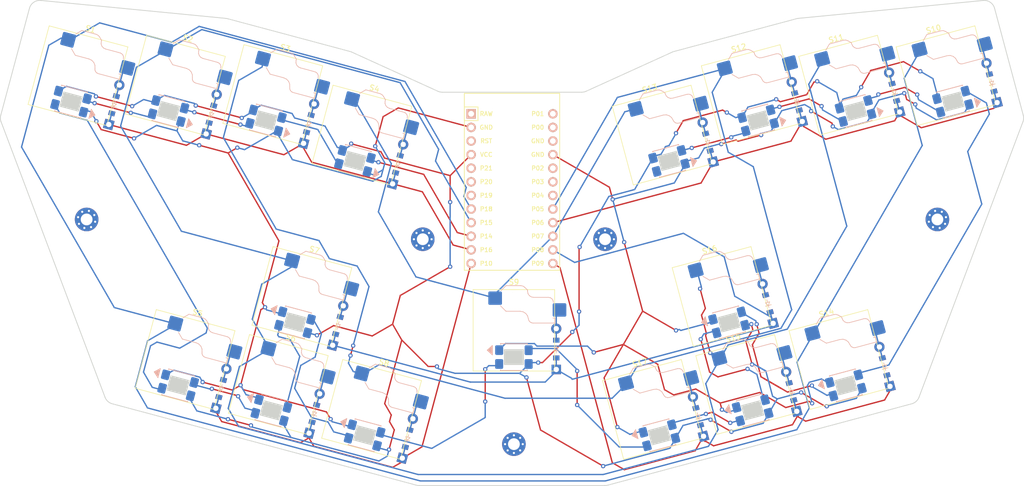
<source format=kicad_pcb>
(kicad_pcb (version 20240108) (generator "pcbnew") (generator_version "8.0")
  (title_block (title "initial") (rev "v1.0.0") (company "Unknown"))
  (layers (0 "F.Cu" signal) (31 "B.Cu" signal) (34 "B.Paste" user) (35 "F.Paste" user) (36 "B.SilkS" user "B.Silkscreen") (37 "F.SilkS" user "F.Silkscreen") (38 "B.Mask" user) (39 "F.Mask" user) (44 "Edge.Cuts" user))
  (net 0 "")
  (net 1 "P18")
  (net 2 "pinky_home")
  (net 3 "P15")
  (net 4 "ring_home")
  (net 5 "P5")
  (net 6 "middle_home")
  (net 7 "P7")
  (net 8 "index_home")
  (net 9 "near_thumb")
  (net 10 "home_thumb")
  (net 11 "home_top")
  (net 12 "far_thumb")
  (net 13 "main_default")
  (net 14 "mirror_pinky_home")
  (net 15 "mirror_ring_home")
  (net 16 "mirror_middle_home")
  (net 17 "mirror_index_home")
  (net 18 "mirror_near_thumb")
  (net 19 "mirror_home_thumb")
  (net 20 "mirror_home_top")
  (net 21 "mirror_far_thumb")
  (net 22 "P16")
  (net 23 "P10")
  (net 24 "P8")
  (net 25 "P6")
  (net 26 "P9")
  (net 27 "VCC")
  (net 28 "GND")
  (net 29 "RAW")
  (net 30 "RST")
  (net 31 "P21")
  (net 32 "P20")
  (net 33 "P19")
  (net 34 "P14")
  (net 35 "P1")
  (net 36 "P0")
  (net 37 "P2")
  (net 38 "P3")
  (net 39 "P4")
  (footprint "LED_SMD:WS2812B-RM" (layer "F.Cu") (at 91.811791 227.224914 165)
    (property "Reference" "LED7" (hide yes))
    (property "Value" "")
    (fp_poly (pts (xy -1.8 -1.4) (xy 1.8 -1.4) (xy 1.8 1.4) (xy -1.8 1.4)) (stroke (width 0.12)) (fill solid) (layer "Edge.Cuts"))
  )
  (footprint "ComboDiode" (layer "F.Cu") (at 112.817578 248.900188 75)
    (property "Reference" "D8" (hide yes))
    (property "Value" "" (hide yes))
  )
  (footprint "MountingHole_2.2mm_M2_Pad_Via" (layer "F.Cu") (at 115.638741 211.709178)
    (property "Reference" "_5" (hide yes))
    (property "Value" "")
  )
  (footprint "LED_SMD:WS2812B-RM" (layer "F.Cu") (at 87.411867 243.645654 165)
    (property "Reference" "LED6" (hide yes))
    (property "Value" "")
    (fp_poly (pts (xy -1.8 -1.4) (xy 1.8 -1.4) (xy 1.8 1.4) (xy -1.8 1.4)) (stroke (width 0.12)) (fill solid) (layer "Edge.Cuts"))
  )
  (footprint "PCM_Switch_Keyboard_Hotswap_Kailh:SW_Hotswap_Kailh_Choc_V1" (layer "F.Cu") (at 132.638739 228.709182)
    (property "Reference" "S9")
    (property "Value" "")
  )
  (footprint "MountingHole_2.2mm_M2_Pad_Via" (layer "F.Cu") (at 149.638743 211.709187)
    (property "Reference" "_4" (hide yes))
    (property "Value" "")
  )
  (footprint "ProMicro" (layer "F.Cu") (at 132.285873 202.262115 -90)
    (property "Reference" "MCU1" (hide yes))
    (property "Value" "" (hide yes))
  )
  (footprint "ComboDiode" (layer "F.Cu") (at 201.789128 235.493352 105)
    (property "Reference" "D14" (hide yes))
    (property "Value" "" (hide yes))
  )
  (footprint "ComboDiode" (layer "F.Cu") (at 58.074366 186.609084 75)
    (property "Reference" "D1" (hide yes))
    (property "Value" "" (hide yes))
  )
  (footprint "LED_SMD:WS2812B-RM" (layer "F.Cu") (at 68.218446 187.774264 -15)
    (property "Reference" "LED2" (hide yes))
    (property "Value" "")
    (fp_poly (pts (xy -1.8 -1.4) (xy 1.8 -1.4) (xy 1.8 1.4) (xy -1.8 1.4)) (stroke (width 0.12)) (fill solid) (layer "Edge.Cuts"))
  )
  (footprint "LED_SMD:WS2812B-RM" (layer "F.Cu") (at 70.025199 238.986915 165)
    (property "Reference" "LED5" (hide yes))
    (property "Value" "")
    (fp_poly (pts (xy -1.8 -1.4) (xy 1.8 -1.4) (xy 1.8 1.4) (xy -1.8 1.4)) (stroke (width 0.12)) (fill solid) (layer "Edge.Cuts"))
  )
  (footprint "LED_SMD:WS2812B-RM" (layer "F.Cu") (at 104.798531 248.304398 165)
    (property "Reference" "LED8" (hide yes))
    (property "Value" "")
    (fp_poly (pts (xy -1.8 -1.4) (xy 1.8 -1.4) (xy 1.8 1.4) (xy -1.8 1.4)) (stroke (width 0.12)) (fill solid) (layer "Edge.Cuts"))
  )
  (footprint "ComboDiode" (layer "F.Cu") (at 168.822558 193.598186 105)
    (property "Reference" "D13" (hide yes))
    (property "Value" "" (hide yes))
  )
  (footprint "ComboDiode" (layer "F.Cu") (at 140.538744 232.209176 90)
    (property "Reference" "D9" (hide yes))
    (property "Value" "" (hide yes))
  )
  (footprint "LED_SMD:WS2812B-RM" (layer "F.Cu") (at 102.991775 197.091749 -15)
    (property "Reference" "LED4" (hide yes))
    (property "Value" "")
    (fp_poly (pts (xy -1.8 -1.4) (xy 1.8 -1.4) (xy 1.8 1.4) (xy -1.8 1.4)) (stroke (width 0.12)) (fill solid) (layer "Edge.Cuts"))
  )
  (footprint "PCM_Switch_Keyboard_Hotswap_Kailh:SW_Hotswap_Kailh_Choc_V1" (layer "F.Cu") (at 176.89608 184.705596 15)
    (property "Reference" "S12")
    (property "Value" "")
  )
  (footprint "PCM_Switch_Keyboard_Hotswap_Kailh:SW_Hotswap_Kailh_Choc_V1" (layer "F.Cu") (at 87.675662 184.7056 -15)
    (property "Reference" "S3")
    (property "Value" "")
  )
  (footprint "PCM_Switch_Keyboard_Hotswap_Kailh:SW_Hotswap_Kailh_Choc_V1" (layer "F.Cu") (at 69.512549 182.944634 -15)
    (property "Reference" "S2")
    (property "Value" "")
  )
  (footprint "LED_SMD:WS2812B-RM" (layer "F.Cu") (at 161.579964 197.091745 15)
    (property "Reference" "LED13" (hide yes))
    (property "Value" "")
    (fp_poly (pts (xy -1.8 -1.4) (xy 1.8 -1.4) (xy 1.8 1.4) (xy -1.8 1.4)) (stroke (width 0.12)) (fill solid) (layer "Edge.Cuts"))
  )
  (footprint "PCM_Switch_Keyboard_Hotswap_Kailh:SW_Hotswap_Kailh_Choc_V1" (layer "F.Cu") (at 71.319294 234.157281 -15)
    (property "Reference" "S5")
    (property "Value" "")
  )
  (footprint "MountingHole_2.2mm_M2_Pad_Via" (layer "F.Cu") (at 132.638751 249.959177)
    (property "Reference" "_3" (hide yes))
    (property "Value" "")
  )
  (footprint "LED_SMD:WS2812B-RM" (layer "F.Cu") (at 178.190174 189.535232 15)
    (property "Reference" "LED12" (hide yes))
    (property "Value" "")
    (fp_poly (pts (xy -1.8 -1.4) (xy 1.8 -1.4) (xy 1.8 1.4) (xy -1.8 1.4)) (stroke (width 0.12)) (fill solid) (layer "Edge.Cuts"))
  )
  (footprint "ComboDiode" (layer "F.Cu") (at 95.430909 244.241431 75)
    (property "Reference" "D6" (hide yes))
    (property "Value" "" (hide yes))
  )
  (footprint "PCM_Switch_Keyboard_Hotswap_Kailh:SW_Hotswap_Kailh_Choc_V1" (layer "F.Cu") (at 104.285873 192.262113 -15)
    (property "Reference" "S4")
    (property "Value" "")
  )
  (footprint "MountingHole_2.2mm_M2_Pad_Via" (layer "F.Cu") (at 52.959908 208.014736 -15)
    (property "Reference" "_1" (hide yes))
    (property "Value" "")
  )
  (footprint "ComboDiode" (layer "F.Cu") (at 76.237486 188.370045 75)
    (property "Reference" "D2" (hide yes))
    (property "Value" "" (hide yes))
  )
  (footprint "LED_SMD:WS2812B-RM" (layer "F.Cu") (at 177.159879 243.645658 -165)
    (property "Reference" "LED15" (hide yes))
    (property "Value" "")
    (fp_poly (pts (xy -1.8 -1.4) (xy 1.8 -1.4) (xy 1.8 1.4) (xy -1.8 1.4)) (stroke (width 0.12)) (fill solid) (layer "Edge.Cuts"))
  )
  (footprint "LED_SMD:WS2812B-RM" (layer "F.Cu") (at 194.546547 238.986912 -165)
    (property "Reference" "LED14" (hide yes))
    (property "Value" "")
    (fp_poly (pts (xy -1.8 -1.4) (xy 1.8 -1.4) (xy 1.8 1.4) (xy -1.8 1.4)) (stroke (width 0.12)) (fill solid) (layer "Edge.Cuts"))
  )
  (footprint "LED_SMD:WS2812B-RM" (layer "F.Cu") (at 196.353298 187.774261 15)
    (property "Reference" "LED11" (hide yes))
    (property "Value" "")
    (fp_poly (pts (xy -1.8 -1.4) (xy 1.8 -1.4) (xy 1.8 1.4) (xy -1.8 1.4)) (stroke (width 0.12)) (fill solid) (layer "Edge.Cuts"))
  )
  (footprint "ComboDiode" (layer "F.Cu") (at 221.759007 182.519739 105)
    (property "Reference" "D10" (hide yes))
    (property "Value" "" (hide yes))
  )
  (footprint "LED_SMD:WS2812B-RM" (layer "F.Cu") (at 132.638743 233.709179 180)
    (property "Reference" "LED9" (hide yes))
    (property "Value" "")
    (fp_poly (pts (xy -1.8 -1.4) (xy 1.8 -1.4) (xy 1.8 1.4) (xy -1.8 1.4)) (stroke (width 0.12)) (fill solid) (layer "Edge.Cuts"))
  )
  (footprint "LED_SMD:WS2812B-RM" (layer "F.Cu") (at 159.773219 248.304397 -165)
    (property "Reference" "LED17" (hide yes))
    (property "Value" "")
    (fp_poly (pts (xy -1.8 -1.4) (xy 1.8 -1.4) (xy 1.8 1.4) (xy -1.8 1.4)) (stroke (width 0.12)) (fill solid) (layer "Edge.Cuts"))
  )
  (footprint "PCM_Switch_Keyboard_Hotswap_Kailh:SW_Hotswap_Kailh_Choc_V1" (layer "F.Cu") (at 193.252445 234.157284 15)
    (property "Reference" "S14")
    (property "Value" "")
  )
  (footprint "MountingHole_2.2mm_M2_Pad_Via" (layer "F.Cu") (at 211.611845 208.014739 15)
    (property "Reference" "_2" (hide yes))
    (property "Value" "")
  )
  (footprint "PCM_Switch_Keyboard_Hotswap_Kailh:SW_Hotswap_Kailh_Choc_V1" (layer "F.Cu") (at 213.222326 181.183669 15)
    (property "Reference" "S10")
    (property "Value" "")
  )
  (footprint "ComboDiode" (layer "F.Cu") (at 184.402458 240.152098 105)
    (property "Reference" "D15" (hide yes))
    (property "Value" "" (hide yes))
  )
  (footprint "LED_SMD:WS2812B-RM" (layer "F.Cu") (at 86.381566 189.535233 -15)
    (property "Reference" "LED3" (hide yes))
    (property "Value" "")
    (fp_poly (pts (xy -1.8 -1.4) (xy 1.8 -1.4) (xy 1.8 1.4) (xy -1.8 1.4)) (stroke (width 0.12)) (fill solid) (layer "Edge.Cuts"))
  )
  (footprint "ComboDiode" (layer "F.Cu") (at 99.830829 227.8207 75)
    (property "Reference" "D7" (hide yes))
    (property "Value" "" (hide yes))
  )
  (footprint "ComboDiode" (layer "F.Cu") (at 167.015799 244.810843 105)
    (property "Reference" "D17" (hide yes))
    (property "Value" "" (hide yes))
  )
  (footprint "ComboDiode" (layer "F.Cu") (at 78.044237 239.582692 75)
    (property "Reference" "D5" (hide yes))
    (property "Value" "" (hide yes))
  )
  (footprint "PCM_Switch_Keyboard_Hotswap_Kailh:SW_Hotswap_Kailh_Choc_V1" (layer "F.Cu") (at 51.349416 181.183665 -15)
    (property "Reference" "S1")
    (property "Value" "")
  )
  (footprint "PCM_Switch_Keyboard_Hotswap_Kailh:SW_Hotswap_Kailh_Choc_V1" (layer "F.Cu") (at 88.705963 238.816031 -15)
    (property "Reference" "S6")
    (property "Value" "")
  )
  (footprint "PCM_Switch_Keyboard_Hotswap_Kailh:SW_Hotswap_Kailh_Choc_V1" (layer "F.Cu") (at 160.285871 192.262116 15)
    (property "Reference" "S13")
    (property "Value" "")
  )
  (footprint "ComboDiode" (layer "F.Cu") (at 180.002542 223.731352 105)
    (property "Reference" "D16" (hide yes))
    (property "Value" "" (hide yes))
  )
  (footprint "ComboDiode" (layer "F.Cu") (at 111.010822 197.687533 75)
    (property "Reference" "D4" (hide yes))
    (property "Value" "" (hide yes))
  )
  (footprint "PCM_Switch_Keyboard_Hotswap_Kailh:SW_Hotswap_Kailh_Choc_V1" (layer "F.Cu") (at 106.092626 243.474774 -15)
    (property "Reference" "S8")
    (property "Value" "")
  )
  (footprint "PCM_Switch_Keyboard_Hotswap_Kailh:SW_Hotswap_Kailh_Choc_V1" (layer "F.Cu") (at 195.059202 182.944631 15)
    (property "Reference" "S11")
    (property "Value" "")
  )
  (footprint "PCM_Switch_Keyboard_Hotswap_Kailh:SW_Hotswap_Kailh_Choc_V1" (layer "F.Cu") (at 175.865784 238.816022 15)
    (property "Reference" "S15")
    (property "Value" "")
  )
  (footprint "LED_SMD:WS2812B-RM" (layer "F.Cu") (at 50.055325 186.013295 -15)
    (property "Reference" "LED1" (hide yes))
    (property "Value" "")
    (fp_poly (pts (xy -1.8 -1.4) (xy 1.8 -1.4) (xy 1.8 1.4) (xy -1.8 1.4)) (stroke (width 0.12)) (fill solid) (layer "Edge.Cuts"))
  )
  (footprint "ComboDiode" (layer "F.Cu") (at 94.400604 190.131006 75)
    (property "Reference" "D3" (hide yes))
    (property "Value" "" (hide yes))
  )
  (footprint "LED_SMD:WS2812B-RM" (layer "F.Cu") (at 214.516418 186.013297 15)
    (property "Reference" "LED10" (hide yes))
    (property "Value" "")
    (fp_poly (pts (xy -1.8 -1.4) (xy 1.8 -1.4) (xy 1.8 1.4) (xy -1.8 1.4)) (stroke (width 0.12)) (fill solid) (layer "Edge.Cuts"))
  )
  (footprint "ComboDiode" (layer "F.Cu") (at 185.432761 186.041669 105)
    (property "Reference" "D12" (hide yes))
    (property "Value" "" (hide yes))
  )
  (footprint "PCM_Switch_Keyboard_Hotswap_Kailh:SW_Hotswap_Kailh_Choc_V1" (layer "F.Cu") (at 158.479116 243.474772 15)
    (property "Reference" "S17")
    (property "Value" "")
  )
  (footprint "ComboDiode" (layer "F.Cu") (at 203.595881 184.2807 105)
    (property "Reference" "D11" (hide yes))
    (property "Value" "" (hide yes))
  )
  (footprint "LED_SMD:WS2812B-RM" (layer "F.Cu") (at 172.759955 227.224909 -165)
    (property "Reference" "LED16" (hide yes))
    (property "Value" "")
    (fp_poly (pts (xy -1.8 -1.4) (xy 1.8 -1.4) (xy 1.8 1.4) (xy -1.8 1.4)) (stroke (width 0.12)) (fill solid) (layer "Edge.Cuts"))
  )
  (footprint "PCM_Switch_Keyboard_Hotswap_Kailh:SW_Hotswap_Kailh_Choc_V1" (layer "F.Cu") (at 93.105886 222.395285 -15)
    (property "Reference" "S7")
    (property "Value" "")
  )
  (footprint "PCM_Switch_Keyboard_Hotswap_Kailh:SW_Hotswap_Kailh_Choc_V1" (layer "F.Cu") (at 171.465856 222.395284 15)
    (property "Reference" "S16")
    (property "Value" "")
  )
  (gr_line (start 206.828317 242.425318) (end 150.118763 257.620598) (stroke (width 0.15)) (layer "Edge.Cuts"))
  (gr_arc (start 78.89622 170.475656) (mid 79.059754 170.498351) (end 79.220858 170.534464) (stroke (width 0.15)) (layer "Edge.Cuts"))
  (gr_arc (start 185.350884 170.53447) (mid 185.511988 170.498351) (end 185.675523 170.475649) (stroke (width 0.15)) (layer "Edge.Cuts"))
  (gr_arc (start 37.008776 189.787841) (mid 36.882615 189.181013) (end 36.948362 188.56471) (stroke (width 0.15)) (layer "Edge.Cuts"))
  (gr_arc (start 114.970621 257.688747) (mid 114.709565 257.671639) (end 114.452977 257.620595) (stroke (width 0.15)) (layer "Edge.Cuts"))
  (gr_arc (start 220.150666 167.133185) (mid 221.483119 167.480176) (end 222.275515 168.606223) (stroke (width 0.15)) (layer "Edge.Cuts"))
  (gr_arc (start 208.182122 241.198956) (mid 207.653407 241.975729) (end 206.828317 242.425318) (stroke (width 0.15)) (layer "Edge.Cuts"))
  (gr_line (start 36.948362 188.56471) (end 42.296223 168.606213) (stroke (width 0.15)) (layer "Edge.Cuts"))
  (gr_line (start 119.286953 184.259801) (end 145.284795 184.2598) (stroke (width 0.15)) (layer "Edge.Cuts"))
  (gr_line (start 44.421074 167.133188) (end 78.896217 170.475646) (stroke (width 0.15)) (layer "Edge.Cuts"))
  (gr_arc (start 102.083312 176.660437) (mid 102.240886 176.709711) (end 102.393857 176.77182) (stroke (width 0.15)) (layer "Edge.Cuts"))
  (gr_line (start 227.562966 189.787835) (end 208.182122 241.198956) (stroke (width 0.15)) (layer "Edge.Cuts"))
  (gr_line (start 79.220858 170.534464) (end 102.083312 176.660437) (stroke (width 0.15)) (layer "Edge.Cuts"))
  (gr_line (start 149.601125 257.688749) (end 114.97062 257.688746) (stroke (width 0.15)) (layer "Edge.Cuts"))
  (gr_arc (start 162.177884 176.771821) (mid 162.330862 176.709719) (end 162.488438 176.660434) (stroke (width 0.15)) (layer "Edge.Cuts"))
  (gr_arc (start 57.743428 242.425318) (mid 56.918339 241.975736) (end 56.389628 241.19896) (stroke (width 0.15)) (layer "Edge.Cuts"))
  (gr_arc (start 119.286953 184.259801) (mid 118.863243 184.214404) (end 118.458765 184.080274) (stroke (width 0.15)) (layer "Edge.Cuts"))
  (gr_line (start 102.393857 176.77182) (end 118.458765 184.080274) (stroke (width 0.15)) (layer "Edge.Cuts"))
  (gr_arc (start 146.112984 184.080268) (mid 145.708507 184.214395) (end 145.284795 184.2598) (stroke (width 0.15)) (layer "Edge.Cuts"))
  (gr_arc (start 227.623386 188.564707) (mid 227.689094 189.181008) (end 227.562966 189.787835) (stroke (width 0.15)) (layer "Edge.Cuts"))
  (gr_line (start 146.112977 184.080273) (end 162.177884 176.771821) (stroke (width 0.15)) (layer "Edge.Cuts"))
  (gr_line (start 162.488438 176.660434) (end 185.350885 170.534462) (stroke (width 0.15)) (layer "Edge.Cuts"))
  (gr_line (start 56.389628 241.19896) (end 37.008776 189.787841) (stroke (width 0.15)) (layer "Edge.Cuts"))
  (gr_line (start 222.275515 168.606223) (end 227.62338 188.564709) (stroke (width 0.15)) (layer "Edge.Cuts"))
  (gr_line (start 114.452977 257.620595) (end 57.743428 242.425318) (stroke (width 0.15)) (layer "Edge.Cuts"))
  (gr_arc (start 42.296223 168.606213) (mid 43.088634 167.480208) (end 44.421074 167.133188) (stroke (width 0.15)) (layer "Edge.Cuts"))
  (gr_arc (start 150.118755 257.620598) (mid 149.862173 257.671634) (end 149.601125 257.688749) (stroke (width 0.15)) (layer "Edge.Cuts"))
  (gr_line (start 185.675523 170.475649) (end 220.150666 167.133185) (stroke (width 0.15)) (layer "Edge.Cuts"))
  (segment (start 62.0336 239.248456) (end 63.040529 235.490565) (width 0.25) (layer "B.Cu") (net 1))
  (segment (start 208.787988 194.202809) (end 205.423342 181.645781) (width 0.25) (layer "B.Cu") (net 1))
  (segment (start 64.335648 230.65711) (end 69.695863 227.562391) (width 0.25) (layer "B.Cu") (net 1))
  (segment (start 40.820267 194.492095) (end 45.911603 175.490996) (width 0.25) (layer "B.Cu") (net 1))
  (segment (start 205.423342 181.645781) (end 208.518947 176.28404) (width 0.25) (layer "B.Cu") (net 1))
  (segment (start 188.549064 229.257657) (end 208.787988 194.202809) (width 0.25) (layer "B.Cu") (net 1))
  (segment (start 48.188049 174.176683) (end 49.725982 174.588774) (width 0.25) (layer "B.Cu") (net 1))
  (segment (start 45.911603 175.490996) (end 48.188049 174.176683) (width 0.25) (layer "B.Cu") (net 1))
  (segment (start 63.040529 235.490565) (end 64.335648 230.65711) (width 0.25) (layer "B.Cu") (net 1))
  (segment (start 64.312889 243.196294) (end 62.0336 239.248456) (width 0.25) (layer "B.Cu") (net 1))
  (segment (start 123.750201 202.043082) (end 123.303086 203.711705) (width 0.25) (layer "B.Cu") (net 1))
  (segment (start 68.838205 174.921727) (end 73.942623 171.974686) (width 0.25) (layer "B.Cu") (net 1))
  (segment (start 49.725986 174.588775) (end 55.39043 171.318408) (width 0.25) (layer "B.Cu") (net 1))
  (segment (start 115.175264 256.824828) (end 64.312889 243.196294) (width 0.25) (layer "B.Cu") (net 1))
  (segment (start 55.39043 171.318408) (end 68.838205 174.921727) (width 0.25) (layer "B.Cu") (net 1))
  (segment (start 69.695863 227.562391) (end 58.123095 224.461479) (width 0.25) (layer "B.Cu") (net 1))
  (segment (start 149.695976 256.824825) (end 115.175264 256.824828) (width 0.25) (layer "B.Cu") (net 1))
  (segment (start 185.439321 234.643883) (end 187.733239 243.204887) (width 0.25) (layer "B.Cu") (net 1))
  (segment (start 73.942623 171.974686) (end 112.328521 182.260156) (width 0.25) (layer "B.Cu") (net 1))
  (segment (start 58.123095 224.461479) (end 40.820267 194.492095) (width 0.25) (layer "B.Cu") (net 1))
  (segment (start 185.391948 247.260121) (end 149.695976 256.824825) (width 0.25) (layer "B.Cu") (net 1))
  (segment (start 123.303086 203.711705) (end 124.665874 206.072116) (width 0.25) (layer "B.Cu") (net 1))
  (segment (start 188.549064 229.257657) (end 185.439321 234.643883) (width 0.25) (layer "B.Cu") (net 1))
  (segment (start 112.328521 182.260156) (end 123.750201 202.043082) (width 0.25) (layer "B.Cu") (net 1))
  (segment (start 187.733239 243.204887) (end 185.391948 247.260121) (width 0.25) (layer "B.Cu") (net 1))
  (segment (start 59.060471 182.928904) (end 59.060466 182.928897) (width 0.25) (layer "B.Cu") (net 2))
  (segment (start 58.501419 185.015299) (end 59.060471 182.928904) (width 0.25) (layer "B.Cu") (net 2))
  (segment (start 59.853754 179.968341) (end 60.31303 179.703172) (width 0.25) (layer "B.Cu") (net 2))
  (segment (start 59.060466 182.928897) (end 59.853754 179.968341) (width 0.25) (layer "B.Cu") (net 2))
  (segment (start 168.344925 224.625936) (end 167.358826 220.945763) (width 0.25) (layer "F.Cu") (net 3))
  (segment (start 168.372196 229.634605) (end 168.547867 229.330334) (width 0.25) (layer "F.Cu") (net 3))
  (segment (start 169.254751 232.928356) (end 168.372196 229.634605) (width 0.25) (layer "F.Cu") (net 3))
  (segment (start 168.547867 229.330334) (end 167.622568 225.877091) (width 0.25) (layer "F.Cu") (net 3))
  (segment (start 167.622568 225.877091) (end 168.344925 224.625936) (width 0.25) (layer "F.Cu") (net 3))
  (via (at 167.358826 220.945763) (size 0.8) (drill 0.4) (layers "F.Cu" "B.Cu") (net 3))
  (via (at 169.254751 232.928356) (size 0.8) (drill 0.4) (layers "F.Cu" "B.Cu") (net 3))
  (segment (start 171.028316 233.952324) (end 169.254751 232.928356) (width 0.25) (layer "B.Cu") (net 3))
  (segment (start 85.607362 220.097068) (end 83.856112 226.632817) (width 0.25) (layer "B.Cu") (net 3))
  (segment (start 187.622382 182.779473) (end 194.719888 209.26773) (width 0.25) (layer "B.Cu") (net 3))
  (segment (start 81.308719 246.659635) (end 79.359588 243.283641) (width 0.25) (layer "B.Cu") (net 3))
  (segment (start 118.604195 194.925996) (end 118.020934 197.102752) (width 0.25) (layer "B.Cu") (net 3))
  (segment (start 114.769437 255.625408) (end 81.308719 246.659635) (width 0.25) (layer "B.Cu") (net 3))
  (segment (start 91.195673 216.870654) (end 85.607362 220.097068) (width 0.25) (layer "B.Cu") (net 3))
  (segment (start 149.290154 255.625409) (end 114.769437 255.625408) (width 0.25) (layer "B.Cu") (net 3))
  (segment (start 167.358826 220.945763) (end 167.582923 220.557613) (width 0.25) (layer "B.Cu") (net 3))
  (segment (start 190.355829 178.045009) (end 187.622382 182.779473) (width 0.25) (layer "B.Cu") (net 3))
  (segment (start 70.636797 210.214819) (end 91.482452 215.800394) (width 0.25) (layer "B.Cu") (net 3))
  (segment (start 168.41618 238.673005) (end 170.71518 247.252997) (width 0.25) (layer "B.Cu") (net 3))
  (segment (start 171.162406 233.916397) (end 171.028316 233.952324) (width 0.25) (layer "B.Cu") (net 3))
  (segment (start 68.555793 206.610407) (end 70.636797 210.214819) (width 0.25) (layer "B.Cu") (net 3))
  (segment (start 62.23495 179.614169) (end 67.889109 176.349745) (width 0.25) (layer "B.Cu") (net 3))
  (segment (start 167.582923 220.557613) (end 166.762475 217.49566) (width 0.25) (layer "B.Cu") (net 3))
  (segment (start 171.162404 233.916397) (end 170.77349 234.590008) (width 0.25) (layer "B.Cu") (net 3))
  (segment (start 81.452868 235.471424) (end 87.082528 232.221136) (width 0.25) (layer "B.Cu") (net 3))
  (segment (start 183.62538 228.483977) (end 172.591937 231.440381) (width 0.25) (layer "B.Cu") (net 3))
  (segment (start 111.41999 182.482585) (end 118.604195 194.925996) (width 0.25) (layer "B.Cu") (net 3))
  (segment (start 168.917768 250.366207) (end 149.290154 255.625409) (width 0.25) (layer "B.Cu") (net 3))
  (segment (start 67.88911 176.349745) (end 74.432606 172.571852) (width 0.25) (layer "B.Cu") (net 3))
  (segment (start 91.482452 215.800394) (end 91.195673 216.870654) (width 0.25) (layer "B.Cu") (net 3))
  (segment (start 171.162406 233.916397) (end 168.41618 238.673005) (width 0.25) (layer "B.Cu") (net 3))
  (segment (start 170.71518 247.252997) (end 168.917768 250.366207) (width 0.25) (layer "B.Cu") (net 3))
  (segment (start 194.719888 209.26773) (end 183.62538 228.483977) (width 0.25) (layer "B.Cu") (net 3))
  (segment (start 59.297922 190.575312) (end 62.23495 179.614169) (width 0.25) (layer "B.Cu") (net 3))
  (segment (start 83.856112 226.632817) (end 87.082529 232.221139) (width 0.25) (layer "B.Cu") (net 3))
  (segment (start 172.591937 231.440381) (end 171.162404 233.916397) (width 0.25) (layer "B.Cu") (net 3))
  (segment (start 74.432606 172.571852) (end 111.41999 182.482585) (width 0.25) (layer "B.Cu") (net 3))
  (segment (start 79.359588 243.283641) (end 81.452868 235.471424) (width 0.25) (layer "B.Cu") (net 3))
  (segment (start 68.555793 206.610407) (end 59.297922 190.575312) (width 0.25) (layer "B.Cu") (net 3))
  (segment (start 118.020934 197.102752) (end 124.66587 208.612116) (width 0.25) (layer "B.Cu") (net 3))
  (segment (start 76.664541 186.776267) (end 77.223589 184.689861) (width 0.25) (layer "B.Cu") (net 4))
  (segment (start 77.223596 184.689868) (end 78.016871 181.729298) (width 0.25) (layer "B.Cu") (net 4))
  (segment (start 78.016871 181.729298) (end 78.476152 181.464141) (width 0.25) (layer "B.Cu") (net 4))
  (segment (start 77.223589 184.689861) (end 77.223596 184.689868) (width 0.25) (layer "B.Cu") (net 4))
  (segment (start 102.658255 231.577057) (end 102.165205 233.417147) (width 0.25) (layer "F.Cu") (net 5))
  (via (at 102.165205 233.417147) (size 0.8) (drill 0.4) (layers "F.Cu" "B.Cu") (net 5))
  (via (at 102.658255 231.577057) (size 0.8) (drill 0.4) (layers "F.Cu" "B.Cu") (net 5))
  (segment (start 85.665376 179.554474) (end 86.05223 178.110709) (width 0.25) (layer "B.Cu") (net 5))
  (segment (start 78.454786 192.739103) (end 79.910323 187.306963) (width 0.25) (layer "B.Cu") (net 5))
  (segment (start 81.314516 182.066445) (end 85.665376 179.554474) (width 0.25) (layer "B.Cu") (net 5))
  (segment (start 169.614816 184.270987) (end 172.192701 179.805968) (width 0.25) (layer "B.Cu") (net 5))
  (segment (start 88.317073 209.821088) (end 79.773671 195.023482) (width 0.25) (layer "B.Cu") (net 5))
  (segment (start 153.775736 238.575147) (end 150.966269 241.384619) (width 0.25) (layer "B.Cu") (net 5))
  (segment (start 101.78256 234.845199) (end 102.680585 236.400625) (width 0.25) (layer "B.Cu") (net 5))
  (segment (start 79.773671 195.023482) (end 78.454786 192.739103) (width 0.25) (layer "B.Cu") (net 5))
  (segment (start 130.951343 241.384617) (end 107.534534 235.110106) (width 0.25) (layer "B.Cu") (net 5))
  (segment (start 98.235523 215.325287) (end 96.291288 211.957774) (width 0.25) (layer "B.Cu") (net 5))
  (segment (start 79.910323 187.306963) (end 81.314516 182.066445) (width 0.25) (layer "B.Cu") (net 5))
  (segment (start 184.437934 224.870897) (end 177.281496 198.162722) (width 0.25) (layer "B.Cu") (net 5))
  (segment (start 155.523469 235.547986) (end 182.437059 228.336512) (width 0.25) (layer "B.Cu") (net 5))
  (segment (start 96.291288 211.957774) (end 88.317073 209.821088) (width 0.25) (layer "B.Cu") (net 5))
  (segment (start 172.615223 195.468647) (end 169.614816 184.270987) (width 0.25) (layer "B.Cu") (net 5))
  (segment (start 105.616557 220.536526) (end 102.658255 231.577057) (width 0.25) (layer "B.Cu") (net 5))
  (segment (start 104.469192 236.879881) (end 102.680585 236.400625) (width 0.25) (layer "B.Cu") (net 5))
  (segment (start 103.408039 216.711259) (end 105.616557 220.536526) (width 0.25) (layer "B.Cu") (net 5))
  (segment (start 153.775738 238.575145) (end 155.523469 235.547986) (width 0.25) (layer "B.Cu") (net 5))
  (segment (start 150.966269 241.384619) (end 130.951343 241.384617) (width 0.25) (layer "B.Cu") (net 5))
  (segment (start 177.281496 198.162722) (end 172.615223 195.468647) (width 0.25) (layer "B.Cu") (net 5))
  (segment (start 151.937083 185.233449) (end 139.905873 206.072118) (width 0.25) (layer "B.Cu") (net 5))
  (segment (start 98.235523 215.325287) (end 103.408039 216.711259) (width 0.25) (layer "B.Cu") (net 5))
  (segment (start 107.534534 235.110106) (end 104.469192 236.879881) (width 0.25) (layer "B.Cu") (net 5))
  (segment (start 102.165205 233.417147) (end 101.78256 234.845199) (width 0.25) (layer "B.Cu") (net 5))
  (segment (start 182.437059 228.336512) (end 184.437934 224.870897) (width 0.25) (layer "B.Cu") (net 5))
  (segment (start 172.192703 179.80597) (end 151.937083 185.233449) (width 0.25) (layer "B.Cu") (net 5))
  (segment (start 94.82766 188.537229) (end 95.386714 186.450839) (width 0.25) (layer "B.Cu") (net 6))
  (segment (start 96.17999 183.490273) (end 96.639275 183.225108) (width 0.25) (layer "B.Cu") (net 6))
  (segment (start 95.386714 186.450839) (end 95.38671 186.450834) (width 0.25) (layer "B.Cu") (net 6))
  (segment (start 95.38671 186.450834) (end 96.17999 183.490273) (width 0.25) (layer "B.Cu") (net 6))
  (segment (start 102.662436 185.667227) (end 102.932896 185.739698) (width 0.25) (layer "B.Cu") (net 7))
  (segment (start 102.932896 185.739698) (end 109.778401 197.59645) (width 0.25) (layer "B.Cu") (net 7))
  (segment (start 107.366544 206.597617) (end 108.129028 203.75198) (width 0.25) (layer "B.Cu") (net 7))
  (segment (start 153.320824 187.916737) (end 139.905872 211.152116) (width 0.25) (layer "B.Cu") (net 7))
  (segment (start 117.927736 219.694917) (end 129.363742 222.75918) (width 0.25) (layer "B.Cu") (net 7))
  (segment (start 117.927736 219.694917) (end 114.379331 218.744125) (width 0.25) (layer "B.Cu") (net 7))
  (segment (start 114.379331 218.744125) (end 107.366544 206.597617) (width 0.25) (layer "B.Cu") (net 7))
  (segment (start 129.36374 221.694249) (end 139.905873 211.152112) (width 0.25) (layer "B.Cu") (net 7))
  (segment (start 155.352217 187.372427) (end 153.320824 187.916737) (width 0.25) (layer "B.Cu") (net 7))
  (segment (start 129.363739 222.75918) (end 129.36374 221.694249) (width 0.25) (layer "B.Cu") (net 7))
  (segment (start 109.778401 197.59645) (end 108.129028 203.75198) (width 0.25) (layer "B.Cu") (net 7))
  (segment (start 102.66244 186.003102) (end 102.662441 185.667226) (width 0.25) (layer "B.Cu") (net 7))
  (segment (start 111.996919 194.007355) (end 112.790204 191.046792) (width 0.25) (layer "B.Cu") (net 8))
  (segment (start 112.790204 191.046792) (end 113.24948 190.781619) (width 0.25) (layer "B.Cu") (net 8))
  (segment (start 111.437869 196.093758) (end 111.996916 194.00736) (width 0.25) (layer "B.Cu") (net 8))
  (segment (start 111.996916 194.00736) (end 111.996919 194.007355) (width 0.25) (layer "B.Cu") (net 8))
  (segment (start 79.823623 232.941953) (end 80.282902 232.676792) (width 0.25) (layer "B.Cu") (net 9))
  (segment (start 78.471294 237.988918) (end 79.030342 235.902518) (width 0.25) (layer "B.Cu") (net 9))
  (segment (start 79.030342 235.902518) (end 79.030348 235.902518) (width 0.25) (layer "B.Cu") (net 9))
  (segment (start 79.030348 235.902518) (end 79.823623 232.941953) (width 0.25) (layer "B.Cu") (net 9))
  (segment (start 97.210296 237.600695) (end 97.669574 237.335533) (width 0.25) (layer "B.Cu") (net 10))
  (segment (start 96.417003 240.561266) (end 96.417013 240.561261) (width 0.25) (layer "B.Cu") (net 10))
  (segment (start 96.417013 240.561261) (end 97.210296 237.600695) (width 0.25) (layer "B.Cu") (net 10))
  (segment (start 95.857964 242.647658) (end 96.417003 240.561266) (width 0.25) (layer "B.Cu") (net 10))
  (segment (start 100.257883 226.226926) (end 100.816932 224.140518) (width 0.25) (layer "B.Cu") (net 11))
  (segment (start 101.610214 221.179957) (end 102.069488 220.91479) (width 0.25) (layer "B.Cu") (net 11))
  (segment (start 100.816932 224.140518) (end 101.610214 221.179957) (width 0.25) (layer "B.Cu") (net 11))
  (segment (start 100.816932 224.140518) (end 100.816932 224.140518) (width 0.25) (layer "B.Cu") (net 11))
  (segment (start 113.244626 247.306402) (end 113.803672 245.220006) (width 0.25) (layer "B.Cu") (net 12))
  (segment (start 114.59696 242.259442) (end 115.056228 241.994273) (width 0.25) (layer "B.Cu") (net 12))
  (segment (start 113.803678 245.220002) (end 114.59696 242.259442) (width 0.25) (layer "B.Cu") (net 12))
  (segment (start 113.803672 245.220006) (end 113.803678 245.220002) (width 0.25) (layer "B.Cu") (net 12))
  (segment (start 140.538743 225.334181) (end 140.913739 224.959187) (width 0.25) (layer "B.Cu") (net 13))
  (segment (start 140.538742 228.399178) (end 140.53874 228.399181) (width 0.25) (layer "B.Cu") (net 13))
  (segment (start 140.538744 230.559179) (end 140.538742 228.399178) (width 0.25) (layer "B.Cu") (net 13))
  (segment (start 140.53874 228.399181) (end 140.538743 225.334181) (width 0.25) (layer "B.Cu") (net 13))
  (segment (start 220.772903 178.839558) (end 220.7729 178.839556) (width 0.25) (layer "B.Cu") (net 14))
  (segment (start 221.331951 180.925956) (end 220.772903 178.839558) (width 0.25) (layer "B.Cu") (net 14))
  (segment (start 219.979626 175.879) (end 220.244788 175.419716) (width 0.25) (layer "B.Cu") (net 14))
  (segment (start 220.7729 178.839556) (end 219.979626 175.879) (width 0.25) (layer "B.Cu") (net 14))
  (segment (start 202.609785 180.600527) (end 202.609781 180.600525) (width 0.25) (layer "B.Cu") (net 15))
  (segment (start 202.609781 180.600525) (end 201.816498 177.639972) (width 0.25) (layer "B.Cu") (net 15))
  (segment (start 203.168836 182.68693) (end 202.609785 180.600527) (width 0.25) (layer "B.Cu") (net 15))
  (segment (start 201.816498 177.639972) (end 202.081665 177.180686) (width 0.25) (layer "B.Cu") (net 15))
  (segment (start 185.005706 184.447893) (end 184.446665 182.361497) (width 0.25) (layer "B.Cu") (net 16))
  (segment (start 184.446656 182.361494) (end 183.65338 179.400929) (width 0.25) (layer "B.Cu") (net 16))
  (segment (start 183.65338 179.400929) (end 183.918544 178.941656) (width 0.25) (layer "B.Cu") (net 16))
  (segment (start 184.446665 182.361497) (end 184.446656 182.361494) (width 0.25) (layer "B.Cu") (net 16))
  (segment (start 168.395501 192.00441) (end 167.836454 189.918014) (width 0.25) (layer "B.Cu") (net 17))
  (segment (start 167.836452 189.918017) (end 167.04317 186.957446) (width 0.25) (layer "B.Cu") (net 17))
  (segment (start 167.836454 189.918014) (end 167.836452 189.918017) (width 0.25) (layer "B.Cu") (net 17))
  (segment (start 167.04317 186.957446) (end 167.30834 186.498168) (width 0.25) (layer "B.Cu") (net 17))
  (segment (start 201.362076 233.899583) (end 200.803031 231.81318) (width 0.25) (layer "B.Cu") (net 18))
  (segment (start 200.009745 228.852615) (end 200.274912 228.393334) (width 0.25) (layer "B.Cu") (net 18))
  (segment (start 200.803024 231.813176) (end 200.009745 228.852615) (width 0.25) (layer "B.Cu") (net 18))
  (segment (start 200.803031 231.81318) (end 200.803024 231.813176) (width 0.25) (layer "B.Cu") (net 18))
  (segment (start 183.416363 236.471911) (end 182.623082 233.511357) (width 0.25) (layer "B.Cu") (net 19))
  (segment (start 182.623082 233.511357) (end 182.888255 233.052078) (width 0.25) (layer "B.Cu") (net 19))
  (segment (start 183.975416 238.558314) (end 183.41637 236.471919) (width 0.25) (layer "B.Cu") (net 19))
  (segment (start 183.41637 236.471919) (end 183.416363 236.471911) (width 0.25) (layer "B.Cu") (net 19))
  (segment (start 179.016442 220.051182) (end 179.016439 220.05118) (width 0.25) (layer "B.Cu") (net 20))
  (segment (start 179.575491 222.13758) (end 179.016442 220.051182) (width 0.25) (layer "B.Cu") (net 20))
  (segment (start 179.016439 220.05118) (end 178.22316 217.090622) (width 0.25) (layer "B.Cu") (net 20))
  (segment (start 178.22316 217.090622) (end 178.488324 216.631338) (width 0.25) (layer "B.Cu") (net 20))
  (segment (start 165.236419 238.170097) (end 165.501589 237.710819) (width 0.25) (layer "B.Cu") (net 21))
  (segment (start 166.0297 241.130669) (end 166.0297 241.130669) (width 0.25) (layer "B.Cu") (net 21))
  (segment (start 166.0297 241.130669) (end 165.236419 238.170097) (width 0.25) (layer "B.Cu") (net 21))
  (segment (start 166.588749 243.217061) (end 166.0297 241.130669) (width 0.25) (layer "B.Cu") (net 21))
  (segment (start 89.74028 195.932502) (end 93.41451 193.81119) (width 0.25) (layer "F.Cu") (net 22))
  (segment (start 121.313441 212.793839) (end 122.333256 213.067098) (width 0.25) (layer "F.Cu") (net 22))
  (segment (start 94.926315 197.32211) (end 110.024718 201.367708) (width 0.25) (layer "F.Cu") (net 22))
  (segment (start 115.575226 202.854965) (end 121.313441 212.793839) (width 0.25) (layer "F.Cu") (net 22))
  (segment (start 110.024718 201.367708) (end 115.575226 202.854965) (width 0.25) (layer "F.Cu") (net 22))
  (segment (start 93.251188 194.420701) (end 94.926315 197.32211) (width 0.25) (layer "F.Cu") (net 22))
  (segment (start 71.577151 194.17154) (end 75.251384 192.050219) (width 0.25) (layer "F.Cu") (net 22))
  (segment (start 122.333256 213.067098) (end 124.665869 213.692124) (width 0.25) (layer "F.Cu") (net 22))
  (segment (start 93.41451 193.81119) (end 93.251188 194.420701) (width 0.25) (layer "F.Cu") (net 22))
  (segment (start 57.088264 190.289255) (end 71.577151 194.17154) (width 0.25) (layer "F.Cu") (net 22))
  (segment (start 75.251384 192.050219) (end 89.74028 195.932502) (width 0.25) (layer "F.Cu") (net 22))
  (segment (start 75.251392 192.050216) (end 75.810435 189.963819) (width 0.25) (layer "B.Cu") (net 22))
  (segment (start 110.583768 199.281313) (end 110.583766 199.281311) (width 0.25) (layer "B.Cu") (net 22))
  (segment (start 75.810435 189.963819) (end 75.810438 189.963824) (width 0.25) (layer "B.Cu") (net 22))
  (segment (start 93.973556 191.724785) (end 93.973559 191.724796) (width 0.25) (layer "B.Cu") (net 22))
  (segment (start 93.414511 193.811187) (end 93.973556 191.724785) (width 0.25) (layer "B.Cu") (net 22))
  (segment (start 110.024715 201.367711) (end 110.583768 199.281313) (width 0.25) (layer "B.Cu") (net 22))
  (segment (start 57.088267 190.289261) (end 57.681019 188.07706) (width 0.25) (layer "B.Cu") (net 22))
  (segment (start 94.175695 248.925948) (end 94.444812 247.92161) (width 0.25) (layer "F.Cu") (net 23))
  (segment (start 115.211669 250.628801) (end 111.831474 252.580363) (width 0.25) (layer "F.Cu") (net 23))
  (segment (start 77.058141 243.262865) (end 76.947724 243.674952) (width 0.25) (layer "F.Cu") (net 23))
  (segment (start 92.861017 249.684988) (end 94.175695 248.925948) (width 0.25) (layer "F.Cu") (net 23))
  (segment (start 120.735069 230.902062) (end 115.492797 250.466496) (width 0.25) (layer "F.Cu") (net 23))
  (segment (start 111.619305 253.37219) (end 111.831474 252.580363) (width 0.25) (layer "F.Cu") (net 23))
  (segment (start 124.665874 216.232114) (end 120.735069 230.902062) (width 0.25) (layer "F.Cu") (net 23))
  (segment (start 78.140308 245.740572) (end 92.861017 249.684988) (width 0.25) (layer "F.Cu") (net 23))
  (segment (start 95.31447 250.342384) (end 110.03518 254.286781) (width 0.25) (layer "F.Cu") (net 23))
  (segment (start 94.444812 247.92161) (end 94.277451 248.546201) (width 0.25) (layer "F.Cu") (net 23))
  (segment (start 76.947724 243.674952) (end 78.140308 245.740572) (width 0.25) (layer "F.Cu") (net 23))
  (segment (start 115.492797 250.466496) (end 115.211669 250.628801) (width 0.25) (layer "F.Cu") (net 23))
  (segment (start 110.03518 254.286781) (end 111.619305 253.37219) (width 0.25) (layer "F.Cu") (net 23))
  (segment (start 94.277451 248.546201) (end 95.31447 250.342384) (width 0.25) (layer "F.Cu") (net 23))
  (segment (start 111.831474 252.580363) (end 112.390519 250.493964) (width 0.25) (layer "B.Cu") (net 23))
  (segment (start 112.390519 250.493964) (end 112.390521 250.493961) (width 0.25) (layer "B.Cu") (net 23))
  (segment (start 77.058141 243.262865) (end 77.389494 242.026252) (width 0.25) (layer "B.Cu") (net 23))
  (segment (start 94.444812 247.92161) (end 95.003856 245.835213) (width 0.25) (layer "B.Cu") (net 23))
  (segment (start 77.389494 242.026252) (end 77.389495 242.026263) (width 0.25) (layer "B.Cu") (net 23))
  (segment (start 77.389495 242.026263) (end 77.617194 241.176472) (width 0.25) (layer "B.Cu") (net 23))
  (segment (start 95.003856 245.835213) (end 95.003855 245.835216) (width 0.25) (layer "B.Cu") (net 23))
  (segment (start 180.988645 227.411533) (end 180.693847 226.311344) (width 0.25) (layer "B.Cu") (net 24))
  (segment (start 98.84473 231.500877) (end 118.251342 236.700866) (width 0.25) (layer "B.Cu") (net 24))
  (segment (start 118.251342 236.700866) (end 124.523107 238.381379) (width 0.25) (layer "B.Cu") (net 24))
  (segment (start 173.816007 222.340421) (end 171.845597 214.986755) (width 0.25) (layer "B.Cu") (net 24))
  (segment (start 180.881103 227.840884) (end 143.485697 237.860946) (width 0.25) (layer "B.Cu") (net 24))
  (segment (start 180.429596 225.325138) (end 180.429593 225.325138) (width 0.25) (layer "B.Cu") (net 24))
  (segment (start 180.988642 227.411537) (end 180.429596 225.325138) (width 0.25) (layer "B.Cu") (net 24))
  (segment (start 143.441209 237.694919) (end 140.538745 236.019179) (width 0.25) (layer "B.Cu") (net 24))
  (segment (start 140.538739 233.859182) (end 140.538736 233.859189) (width 0.25) (layer "B.Cu") (net 24))
  (segment (start 99.403778 229.414475) (end 99.40378 229.414483) (width 0.25) (layer "B.Cu") (net 24))
  (segment (start 140.538742 236.019179) (end 140.538742 236.316058) (width 0.25) (layer "B.Cu") (net 24))
  (segment (start 140.538742 236.316058) (end 138.483243 238.371556) (width 0.25) (layer "B.Cu") (net 24))
  (segment (start 98.844731 231.500877) (end 99.403778 229.414475) (width 0.25) (layer "B.Cu") (net 24))
  (segment (start 180.988643 227.411536) (end 180.836616 227.674856) (width 0.25) (layer "B.Cu") (net 24))
  (segment (start 180.693847 226.311344) (end 173.816007 222.340421) (width 0.25) (layer "B.Cu") (net 24))
  (segment (start 164.246962 210.59968) (end 143.9633 216.034672) (width 0.25) (layer "B.Cu") (net 24))
  (segment (start 171.845597 214.986755) (end 164.246962 210.59968) (width 0.25) (layer "B.Cu") (net 24))
  (segment (start 143.9633 216.034672) (end 139.905872 213.692113) (width 0.25) (layer "B.Cu") (net 24))
  (segment (start 140.538742 236.019179) (end 140.538739 233.859182) (width 0.25) (layer "B.Cu") (net 24))
  (segment (start 140.538745 236.019179) (end 139.857058 236.700864) (width 0.25) (layer "B.Cu") (net 24))
  (segment (start 124.523107 238.381379) (end 124.540108 238.371556) (width 0.25) (layer "B.Cu") (net 24))
  (segment (start 138.483243 238.371556) (end 124.540108 238.371556) (width 0.25) (layer "B.Cu") (net 24))
  (segment (start 222.739933 186.180585) (end 222.108473 187.2743) (width 0.25) (layer "F.Cu") (net 25))
  (segment (start 184.297544 193.396078) (end 169.808652 197.278369) (width 0.25) (layer "F.Cu") (net 25))
  (segment (start 222.108473 187.2743) (end 208.614485 190.889993) (width 0.25) (layer "F.Cu") (net 25))
  (segment (start 190.782927 193.03835) (end 186.671472 190.664596) (width 0.25) (layer "F.Cu") (net 25))
  (segment (start 208.614485 190.889993) (end 204.772477 188.671812) (width 0.25) (layer "F.Cu") (net 25))
  (segment (start 204.581982 187.960876) (end 203.639414 189.593462) (width 0.25) (layer "F.Cu") (net 25))
  (segment (start 203.639414 189.593462) (end 190.782927 193.03835) (width 0.25) (layer "F.Cu") (net 25))
  (segment (start 169.808652 197.278369) (end 167.540149 201.207535) (width 0.25) (layer "F.Cu") (net 25))
  (segment (start 167.540149 201.207535) (end 139.905876 208.61212) (width 0.25) (layer "F.Cu") (net 25))
  (segment (start 186.671472 190.664596) (end 186.418863 189.721848) (width 0.25) (layer "F.Cu") (net 25))
  (segment (start 204.772477 188.671812) (end 204.581982 187.960876) (width 0.25) (layer "F.Cu") (net 25))
  (segment (start 222.745108 186.199915) (end 222.739933 186.180585) (width 0.25) (layer "F.Cu") (net 25))
  (segment (start 186.418863 189.721848) (end 184.297544 193.396078) (width 0.25) (layer "F.Cu") (net 25))
  (segment (start 222.745108 186.199915) (end 222.186058 184.113517) (width 0.25) (layer "B.Cu") (net 25))
  (segment (start 222.186058 184.113517) (end 222.186051 184.113522) (width 0.25) (layer "B.Cu") (net 25))
  (segment (start 204.022937 185.874487) (end 204.022933 185.874482) (width 0.25) (layer "B.Cu") (net 25))
  (segment (start 185.859815 187.635449) (end 185.859809 187.635449) (width 0.25) (layer "B.Cu") (net 25))
  (segment (start 169.249601 195.191971) (end 169.249606 195.19197) (width 0.25) (layer "B.Cu") (net 25))
  (segment (start 186.418863 189.721848) (end 185.859815 187.635449) (width 0.25) (layer "B.Cu") (net 25))
  (segment (start 204.581982 187.960876) (end 204.022937 185.874487) (width 0.25) (layer "B.Cu") (net 25))
  (segment (start 169.808652 197.278369) (end 169.249601 195.191971) (width 0.25) (layer "B.Cu") (net 25))
  (segment (start 185.668461 244.876866) (end 185.388569 243.832269) (width 0.25) (layer "F.Cu") (net 26))
  (segment (start 150.992848 253.432159) (end 150.796866 252.700745) (width 0.25) (layer "F.Cu") (net 26))
  (segment (start 202.921402 239.719037) (end 201.762909 241.725595) (width 0.25) (layer "F.Cu") (net 26))
  (segment (start 141.229956 216.99658) (end 139.905876 216.232118) (width 0.25) (layer "F.Cu") (net 26))
  (segment (start 202.775225 239.173533) (end 202.921402 239.719037) (width 0.25) (layer "F.Cu") (net 26))
  (segment (start 169.868043 250.271803) (end 168.224863 249.323101) (width 0.25) (layer "F.Cu") (net 26))
  (segment (start 187.042203 245.669994) (end 185.668461 244.876866) (width 0.25) (layer "F.Cu") (net 26))
  (segment (start 168.001895 248.491015) (end 166.444077 251.189254) (width 0.25) (layer "F.Cu") (net 26))
  (segment (start 201.762909 241.725595) (end 187.042203 245.669994) (width 0.25) (layer "F.Cu") (net 26))
  (segment (start 168.224863 249.323101) (end 168.001895 248.491015) (width 0.25) (layer "F.Cu") (net 26))
  (segment (start 150.796866 252.700745) (end 141.229956 216.99658) (width 0.25) (layer "F.Cu") (net 26))
  (segment (start 166.444077 251.189254) (end 153.237291 254.727993) (width 0.25) (layer "F.Cu") (net 26))
  (segment (start 185.388569 243.832269) (end 185.591676 244.590283) (width 0.25) (layer "F.Cu") (net 26))
  (segment (start 168.001895 248.491015) (end 168.001899 248.491021) (width 0.25) (layer "F.Cu") (net 26))
  (segment (start 184.588748 246.327399) (end 169.868043 250.271803) (width 0.25) (layer "F.Cu") (net 26))
  (segment (start 185.388567 243.832275) (end 185.388568 243.832272) (width 0.25) (layer "F.Cu") (net 26))
  (segment (start 153.237291 254.727993) (end 150.992848 253.432159) (width 0.25) (layer "F.Cu") (net 26))
  (segment (start 168.001895 248.491015) (end 168.261951 249.461537) (width 0.25) (layer "F.Cu") (net 26))
  (segment (start 185.591676 244.590283) (end 184.588748 246.327399) (width 0.25) (layer "F.Cu") (net 26))
  (segment (start 184.829518 241.745883) (end 184.829511 241.745872) (width 0.25) (layer "B.Cu") (net 26))
  (segment (start 185.388568 243.832272) (end 184.829518 241.745883) (width 0.25) (layer "B.Cu") (net 26))
  (segment (start 202.77523 239.173535) (end 202.216178 237.087131) (width 0.25) (layer "B.Cu") (net 26))
  (segment (start 168.001894 248.491019) (end 168.001899 248.491021) (width 0.25) (layer "B.Cu") (net 26))
  (segment (start 167.442849 246.404621) (end 168.001894 248.491019) (width 0.25) (layer "B.Cu") (net 26))
  (segment (start 202.216178 237.087131) (end 202.216183 237.087131) (width 0.25) (layer "B.Cu") (net 26))
  (segment (start 171.561432 187.597341) (end 164.219209 189.564683) (width 0.25) (layer "F.Cu") (net 27))
  (segment (start 176.732295 233.857971) (end 175.910541 230.791156) (width 0.25) (layer "F.Cu") (net 27))
  (segment (start 99.021751 227.833023) (end 95.910901 229.629071) (width 0.25) (layer "F.Cu") (net 27))
  (segment (start 172.350641 188.052989) (end 171.561432 187.597341) (width 0.25) (layer "F.Cu") (net 27))
  (segment (start 177.185466 228.582921) (end 176.911176 227.559248) (width 0.25) (layer "F.Cu") (net 27))
  (segment (start 186.207579 240.312242) (end 190.763632 242.942678) (width 0.25) (layer "F.Cu") (net 27))
  (segment (start 108.514653 196.552572) (end 107.819239 195.348083) (width 0.25) (layer "F.Cu") (net 27))
  (segment (start 79.313307 245.304305) (end 79.313304 245.304299) (width 0.25) (layer "F.Cu") (net 27))
  (segment (start 120.747604 199.830381) (end 120.747606 204.773293) (width 0.25) (layer "F.Cu") (net 27))
  (segment (start 120.747604 199.830381) (end 108.514653 196.552572) (width 0.25) (layer "F.Cu") (net 27))
  (segment (start 169.310586 245.404003) (end 173.199152 247.649065) (width 0.25) (layer "F.Cu") (net 27))
  (segment (start 108.543382 242.401637) (end 109.764677 244.516991) (width 0.25) (layer "F.Cu") (net 27))
  (segment (start 111.725491 230.525838) (end 116.662121 235.462465) (width 0.25) (layer "F.Cu") (net 27))
  (segment (start 144.791036 213.262176) (end 144.791037 225.210132) (width 0.25) (layer "F.Cu") (net 27))
  (segment (start 199.180896 180.196723) (end 197.388181 183.301799) (width 0.25) (layer "F.Cu") (net 27))
  (segment (start 111.725491 230.525838) (end 108.543382 242.401637) (width 0.25) (layer "F.Cu") (net 27))
  (segment (start 81.893649 189.058739) (end 73.306565 186.757839) (width 0.25) (layer "F.Cu") (net 27))
  (segment (start 102.31537 193.897329) (end 102.298974 193.868931) (width 0.25) (layer "F.Cu") (net 27))
  (segment (start 110.017827 227.568074) (end 111.725491 230.525838) (width 0.25) (layer "F.Cu") (net 27))
  (segment (start 116.662121 235.462465) (end 118.283226 235.462467) (width 0.25) (layer "F.Cu") (net 27))
  (segment (start 106.218771 229.761458) (end 99.021751 227.833023) (width 0.25) (layer "F.Cu") (net 27))
  (segment (start 110.017827 227.568074) (end 111.455346 222.203179) (width 0.25) (layer "F.Cu") (net 27))
  (segment (start 124.665871 195.912113) (end 120.747604 199.830381) (width 0.25) (layer "F.Cu") (net 27))
  (segment (start 109.43598 245.743713) (end 110.334007 247.29914) (width 0.25) (layer "F.Cu") (net 27))
  (segment (start 61.444287 186.866353) (end 54.697291 185.058501) (width 0.25) (layer "F.Cu") (net 27))
  (segment (start 187.235701 184.721951) (end 182.328796 186.036751) (width 0.25) (layer "F.Cu") (net 27))
  (segment (start 190.763632 242.942678) (end 190.986677 242.882911) (width 0.25) (layer "F.Cu") (net 27))
  (segment (start 197.388181 183.301799) (end 197.39347 183.32154) (width 0.25) (layer "F.Cu") (net 27))
  (segment (start 164.219209 189.564683) (end 162.865534 191.909316) (width 0.25) (layer "F.Cu") (net 27))
  (segment (start 177.060993 235.084698) (end 176.732295 233.857971) (width 0.25) (layer "F.Cu") (net 27))
  (segment (start 188.582738 182.388813) (end 187.235701 184.721951) (width 0.25) (layer "F.Cu") (net 27))
  (segment (start 143.521036 229.176884) (end 137.962787 234.735132) (width 0.25) (layer "F.Cu") (net 27))
  (segment (start 143.521036 229.020132) (end 143.521036 229.176884) (width 0.25) (layer "F.Cu") (net 27))
  (segment (start 107.790843 195.364478) (end 102.31537 193.897329) (width 0.25) (layer "F.Cu") (net 27))
  (segment (start 110.334007 247.29914) (end 109.347903 250.979313) (width 0.25) (layer "F.Cu") (net 27))
  (segment (start 137.612301 247.323528) (end 149.277999 254.058717) (width 0.25) (layer "F.Cu") (net 27))
  (segment (start 134.982702 237.509719) (end 137.612301 247.323528) (width 0.25) (layer "F.Cu") (net 27))
  (segment (start 182.328796 186.036751) (end 181.551083 185.587741) (width 0.25) (layer "F.Cu") (net 27))
  (segment (start 144.893219 213.159994) (end 144.791036 213.262176) (width 0.25) (layer "F.Cu") (net 27))
  (segment (start 109.764677 244.516991) (end 109.43598 245.743713) (width 0.25) (layer "F.Cu") (net 27))
  (segment (start 110.017827 227.568074) (end 106.218771 229.761458) (width 0.25) (layer "F.Cu") (net 27))
  (segment (start 175.910541 230.791156) (end 177.185466 228.582921) (width 0.25) (layer "F.Cu") (net 27))
  (segment (start 83.606843 246.454756) (end 79.313307 245.304305) (width 0.25) (layer "F.Cu") (net 27))
  (segment (start 137.962787 234.735132) (end 137.171037 234.735132) (width 0.25) (layer "F.Cu") (net 27))
  (segment (start 205.296393 178.558083) (end 199.180896 180.196723) (width 0.25) (layer "F.Cu") (net 27))
  (segment (start 111.455346 222.203179) (end 120.747605 216.838292) (width 0.25) (layer "F.Cu") (net 27))
  (segment (start 189.196102 182.224461) (end 188.582738 182.388813) (width 0.25) (layer "F.Cu") (net 27))
  (segment (start 208.418741 180.360773) (end 205.296393 178.558083) (width 0.25) (layer "F.Cu") (net 27))
  (segment (start 107.819239 195.348083) (end 107.790843 195.364478) (width 0.25) (layer "F.Cu") (net 27))
  (via (at 118.283226 235.462467) (size 0.8) (drill 0.4) (layers "F.Cu" "B.Cu") (net 27))
  (via (at 73.306565 186.757839) (size 0.8) (drill 0.4) (layers "F.Cu" "B.Cu") (net 27))
  (via (at 109.347903 250.979313) (size 0.8) (drill 0.4) (layers "F.Cu" "B.Cu") (net 27))
  (via (at 173.199152 247.649065) (size 0.8) (drill 0.4) (layers "F.Cu" "B.Cu") (net 27))
  (via (at 134.982702 237.509719) (size 0.8) (drill 0.4) (layers "F.Cu" "B.Cu") (net 27))
  (via (at 190.986677 242.882911) (size 0.8) (drill 0.4) (layers "F.Cu" "B.Cu") (net 27))
  (via (at 186.207579 240.312242) (size 0.8) (drill 0.4) (layers "F.Cu" "B.Cu") (net 27))
  (via (at 189.196102 182.224461) (size 0.8) (drill 0.4) (layers "F.Cu" "B.Cu") (net 27))
  (via (at 61.444287 186.866353) (size 0.8) (drill 0.4) (layers "F.Cu" "B.Cu") (net 27))
  (via (at 83.606843 246.454756) (size 0.8) (drill 0.4) (layers "F.Cu" "B.Cu") (net 27))
  (via (at 120.747606 204.773293) (size 0.8) (drill 0.4) (layers "F.Cu" "B.Cu") (net 27))
  (via (at 54.697291 185.058501) (size 0.8) (drill 0.4) (layers "F.Cu" "B.Cu") (net 27))
  (via (at 143.521036 229.020132) (size 0.8) (drill 0.4) (layers "F.Cu" "B.Cu") (net 27))
  (via (at 95.910901 229.629071) (size 0.8) (drill 0.4) (layers "F.Cu" "B.Cu") (net 27))
  (via (at 81.893649 189.058739) (size 0.8) (drill 0.4) (layers "F.Cu" "B.Cu") (net 27))
  (via (at 79.313304 245.304299) (size 0.8) (drill 0.4) (layers "F.Cu" "B.Cu") (net 27))
  (via (at 162.865534 191.909316) (size 0.8) (drill 0.4) (layers "F.Cu" "B.Cu") (net 27))
  (via (at 102.298974 193.868931) (size 0.8) (drill 0.4) (layers "F.Cu" "B.Cu") (net 27))
  (via (at 172.350641 188.052989) (size 0.8) (drill 0.4) (layers "F.Cu" "B.Cu") (net 27))
  (via (at 120.747605 216.838292) (size 0.8) (drill 0.4) (layers "F.Cu" "B.Cu") (net 27))
  (via (at 144.791037 225.210132) (size 0.8) (drill 0.4) (layers "F.Cu" "B.Cu") (net 27))
  (via (at 177.060993 235.084698) (size 0.8) (drill 0.4) (layers "F.Cu" "B.Cu") (net 27))
  (via (at 181.551083 185.587741) (size 0.8) (drill 0.4) (layers "F.Cu" "B.Cu") (net 27))
  (via (at 137.171037 234.735132) (size 0.8) (drill 0.4) (layers "F.Cu" "B.Cu") (net 27))
  (via (at 144.893219 213.159994) (size 0.8) (drill 0.4) (layers "F.Cu" "B.Cu") (net 27))
  (via (at 208.418741 180.360773) (size 0.8) (drill 0.4) (layers "F.Cu" "B.Cu") (net 27))
  (via (at 197.39347 183.32154) (size 0.8) (drill 0.4) (layers "F.Cu" "B.Cu") (net 27))
  (via (at 169.310586 245.404003) (size 0.8) (drill 0.4) (layers "F.Cu" "B.Cu") (net 27))
  (via (at 149.277999 254.058717) (size 0.8) (drill 0.4) (layers "F.Cu" "B.Cu") (net 27))
  (via (at 176.911176 227.559248) (size 0.8) (drill 0.4) (layers "F.Cu" "B.Cu") (net 27))
  (segment (start 109.347903 250.979313) (end 109.110681 251.116279) (width 0.25) (layer "B.Cu") (net 27))
  (segment (start 196.497324 241.406338) (end 197.37547 239.885346) (width 0.25) (layer "B.Cu") (net 27))
  (segment (start 120.747606 204.773293) (end 120.747605 216.838292) (width 0.25) (layer "B.Cu") (net 27))
  (segment (start 179.110664 246.065079) (end 179.988808 244.54409) (width 0.25) (layer "B.Cu") (net 27))
  (segment (start 160.079153 195.837445) (end 158.751042 196.193312) (width 0.25) (layer "B.Cu") (net 27))
  (segment (start 49.187509 183.166695) (end 48.05462 183.820766) (width 0.25) (layer "B.Cu") (net 27))
  (segment (start 102.211748 194.194461) (end 100.991074 194.89922) (width 0.25) (layer "B.Cu") (net 27))
  (segment (start 180.937719 185.752092) (end 180.914661 185.792027) (width 0.25) (layer "B.Cu") (net 27))
  (segment (start 83.782285 246.758634) (end 83.606843 246.454756) (width 0.25) (layer "B.Cu") (net 27))
  (segment (start 160.905133 194.406808) (end 160.079153 195.837445) (width 0.25) (layer "B.Cu") (net 27))
  (segment (start 106.802871 250.493296) (end 106.799234 250.496931) (width 0.25) (layer "B.Cu") (net 27))
  (segment (start 177.347024 235.008054) (end 177.060993 235.084698) (width 0.25) (layer "B.Cu") (net 27))
  (segment (start 158.751042 196.193312) (end 155.150534 202.429576) (width 0.25) (layer "B.Cu") (net 27))
  (segment (start 150.345012 203.717209) (end 144.893219 213.159994) (width 0.25) (layer "B.Cu") (net 27))
  (segment (start 84.072473 188.010648) (end 83.824218 187.944125) (width 0.25) (layer "B.Cu") (net 27))
  (segment (start 102.298974 193.868931) (end 102.211748 194.194461) (width 0.25) (layer "B.Cu") (net 27))
  (segment (start 99.702838 194.554039) (end 97.412738 190.587466) (width 0.25) (layer "B.Cu") (net 27))
  (segment (start 193.524373 186.875825) (end 192.842078 184.329467) (width 0.25) (layer "B.Cu") (net 27))
  (segment (start 91.071666 248.711815) (end 83.782285 246.758634) (width 0.25) (layer "B.Cu") (net 27))
  (segment (start 73.509548 243.749187) (end 72.025906 241.179446) (width 0.25) (layer "B.Cu") (net 27))
  (segment (start 168.621679 245.286415) (end 168.738928 245.254999) (width 0.25) (layer "B.Cu") (net 27))
  (segment (start 190.986677 242.882911) (end 196.497324 241.406338) (width 0.25) (layer "B.Cu") (net 27))
  (segment (start 133.71545 236.732465) (end 133.729911 236.78642) (width 0.25) (layer "B.Cu") (net 27))
  (segment (start 162.602145 249.202834) (end 164.175455 246.477779) (width 0.25) (layer "B.Cu") (net 27))
  (segment (start 155.150534 202.429576) (end 150.345012 203.717209) (width 0.25) (layer "B.Cu") (net 27))
  (segment (start 161.723999 250.723823) (end 162.602145 249.202834) (width 0.25) (layer "B.Cu") (net 27))
  (segment (start 73.079902 186.365248) (end 67.466054 184.861021) (width 0.25) (layer "B.Cu") (net 27))
  (segment (start 63.589189 185.627992) (end 61.444287 186.866353) (width 0.25) (layer "B.Cu") (net 27))
  (segment (start 168.621679 245.286415) (end 168.953108 245.197612) (width 0.25) (layer "B.Cu") (net 27))
  (segment (start 175.732166 227.875157) (end 175.588879 228.123344) (width 0.25) (layer "B.Cu") (net 27))
  (segment (start 109.019204 252.206044) (end 107.463779 253.104068) (width 0.25) (layer "B.Cu") (net 27))
  (segment (start 79.313304 245.304299) (end 73.509548 243.749187) (width 0.25) (layer "B.Cu") (net 27))
  (segment (start 54.413526 184.567) (end 49.187509 183.166695) (width 0.25) (layer "B.Cu") (net 27))
  (segment (start 197.39347 183.32154) (end 196.499923 184.869211) (width 0.25) (layer "B.Cu") (net 27))
  (segment (start 118.533341 235.895677) (end 118.283226 235.462467) (width 0.25) (layer "B.Cu") (net 27))
  (segment (start 97.412738 190.587466) (end 91.75149 189.070541) (width 0.25) (layer "B.Cu") (net 27))
  (segment (start 175.361255 188.636797) (end 173.995619 189.002716) (width 0.25) (layer "B.Cu") (net 27))
  (segment (start 91.75149 189.070541) (end 91.266202 188.229997) (width 0.25) (layer "B.Cu") (net 27))
  (segment (start 73.306565 186.757839) (end 73.079902 186.365248) (width 0.25) (layer "B.Cu") (net 27))
  (segment (start 211.687493 185.114865) (end 210.778729 181.723315) (width 0.25) (layer "B.Cu") (net 27))
  (segment (start 179.622307 236.321691) (end 178.21495 235.509154) (width 0.25) (layer "B.Cu") (net 27))
  (segment (start 144.791036 227.750132) (end 143.521036 229.020132) (width 0.25) (layer "B.Cu") (net 27))
  (segment (start 181.741103 241.50903) (end 180.878861 241.011216) (width 0.25) (layer "B.Cu") (net 27))
  (segment (start 180.914661 185.792027) (end 176.287919 187.03176) (width 0.25) (layer "B.Cu") (net 27))
  (segment (start 83.824218 187.944125) (end 81.893649 189.058739) (width 0.25) (layer "B.Cu") (net 27))
  (segment (start 168.953108 245.197612) (end 169.310586 245.404003) (width 0.25) (layer "B.Cu") (net 27))
  (segment (start 162.865534 191.909316) (end 162.87719 191.95282) (width 0.25) (layer "B.Cu") (net 27))
  (segment (start 196.499923 184.869211) (end 194.02673 185.531901) (width 0.25) (layer "B.Cu") (net 27))
  (segment (start 173.995619 189.002716) (end 172.350641 188.052989) (width 0.25) (layer "B.Cu") (net 27))
  (segment (start 133.71545 236.732465) (end 135.13874 235.30918) (width 0.25) (layer "B.Cu") (net 27))
  (segment (start 194.02673 185.531901) (end 193.349272 186.705295) (width 0.25) (layer "B.Cu") (net 27))
  (segment (start 65.909355 186.249679) (end 63.589189 185.627992) (width 0.25) (layer "B.Cu") (net 27))
  (segment (start 181.741103 241.50903) (end 186.207579 240.312242) (width 0.25) (layer "B.Cu") (net 27))
  (segment (start 67.466054 184.861021) (end 66.217743 185.581736) (width 0.25) (layer "B.Cu") (net 27))
  (segment (start 121.656279 236.732466) (end 133.71545 236.732465) (width 0.25) (layer "B.Cu") (net 27))
  (segment (start 135.650291 234.735132) (end 135.388745 234.996678) (width 0.25) (layer "B.Cu") (net 27))
  (segment (start 173.199152 247.649065) (end 179.110664 246.065079) (width 0.25) (layer "B.Cu") (net 27))
  (segment (start 162.87719 191.95282) (end 161.546075 194.258378) (width 0.25) (layer "B.Cu") (net 27))
  (segment (start 85.513752 186.688628) (end 84.380861 187.342702) (width 0.25) (layer "B.Cu") (net 27))
  (segment (start 94.227303 229.177955) (end 93.812495 229.417444) (width 0.25) (layer "B.Cu") (net 27))
  (segment (start 210.778729 181.723315) (end 208.418741 180.360773) (width 0.25) (layer "B.Cu") (net 27))
  (segment (start 121.656279 236.732466) (end 118.533341 235.895677) (width 0.25) (layer "B.Cu") (net 27))
  (segment (start 91.266202 188.229997) (end 85.513752 186.688628) (width 0.25) (layer "B.Cu") (net 27))
  (segment (start 179.622307 236.321691) (end 177.347024 235.008054) (width 0.25) (layer "B.Cu") (net 27))
  (segment (start 109.110681 251.116279) (end 106.799234 250.496931) (width 0.25) (layer "B.Cu") (net 27))
  (segment (start 91.071666 248.711815) (end 89.412573 245.838186) (width 0.25) (layer "B.Cu") (net 27))
  (segment (start 193.349272 186.705295) (end 193.591276 187.608475) (width 0.25) (layer "B.Cu") (net 27))
  (segment (start 137.171037 234.735132) (end 135.650291 234.735132) (width 0.25) (layer "B.Cu") (net 27))
  (segment (start 54.697291 185.058501) (end 54.413526 184.567) (width 0.25) (layer "B.Cu") (net 27))
  (segment (start 176.911176 227.559248) (end 175.732166 227.875157) (width 0.25) (layer "B.Cu") (net 27))
  (segment (start 95.910901 229.629071) (end 94.227303 229.177955) (width 0.25) (layer "B.Cu") (net 27))
  (segment (start 107.463779 253.104068) (end 91.071666 248.711815) (width 0.25) (layer "B.Cu") (net 27))
  (segment (start 160.905133 194.406808) (end 161.518496 194.242458) (width 0.25) (layer "B.Cu") (net 27))
  (segment (start 133.729911 236.78642) (end 134.982702 237.509719) (width 0.25) (layer "B.Cu") (net 27))
  (segment (start 144.791037 225.210132) (end 144.791036 227.750132) (width 0.25) (layer "B.Cu") (net 27))
  (segment (start 179.988808 244.54409) (end 181.741103 241.50903) (width 0.25) (layer "B.Cu") (net 27))
  (segment (start 100.991074 194.89922) (end 99.702838 194.554039) (width 0.25) (layer "B.Cu") (net 27))
  (segment (start 176.287919 187.03176) (end 175.361255 188.636797) (width 0.25) (layer "B.Cu") (net 27))
  (segment (start 149.277999 254.058717) (end 161.723999 250.723823) (width 0.25) (layer "B.Cu") (net 27))
  (segment (start 109.347903 250.979313) (end 109.019204 252.206044) (width 0.25) (layer "B.Cu") (net 27))
  (segment (start 192.842078 184.329467) (end 189.196102 182.224461) (width 0.25) (layer "B.Cu") (net 27))
  (segment (start 175.32591 228.578816) (end 175.588879 228.123344) (width 0.25) (layer "B.Cu") (net 27))
  (segment (start 180.878861 241.011216) (end 179.622307 236.321691) (width 0.25) (layer "B.Cu") (net 27))
  (segment (start 161.518496 194.242458) (end 161.546075 194.258378) (width 0.25) (layer "B.Cu") (net 27))
  (segment (start 181.551083 185.587741) (end 180.937719 185.752092) (width 0.25) (layer "B.Cu") (net 27))
  (segment (start 164.175455 246.477779) (end 168.621679 245.286415) (width 0.25) (layer "B.Cu") (net 27))
  (segment (start 153.728409 230.185923) (end 153.952914 229.797064) (width 0.25) (layer "F.Cu") (net 28))
  (segment (start 174.443153 193.408907) (end 178.73669 192.258452) (width 0.25) (layer "F.Cu") (net 28))
  (segment (start 153.054889 231.352492) (end 149.462788 237.574196) (width 0.25) (layer "F.Cu") (net 28))
  (segment (start 156.646994 225.130788) (end 153.952914 229.797064) (width 0.25) (layer "F.Cu") (net 28))
  (segment (start 171.29782 193.937619) (end 174.071597 193.194386) (width 0.25) (layer "F.Cu") (net 28))
  (segment (start 159.456541 235.048485) (end 160.728077 239.793926) (width 0.25) (layer "F.Cu") (net 28))
  (segment (start 61.805222 192.879668) (end 55.671595 191.236167) (width 0.25) (layer "F.Cu") (net 28))
  (segment (start 153.195639 212.250166) (end 156.646994 225.130788) (width 0.25) (layer "F.Cu") (net 28))
  (segment (start 80.114873 239.859347) (end 74.594607 238.380199) (width 0.25) (layer "F.Cu") (net 28))
  (segment (start 55.671595 191.236167) (end 54.773568 189.680742) (width 0.25) (layer "F.Cu") (net 28))
  (segment (start 205.878897 185.602659) (end 207.482189 186.528321) (width 0.25) (layer "F.Cu") (net 28))
  (segment (start 97.678537 243.937814) (end 98.455629 245.283778) (width 0.25) (layer "F.Cu") (net 28))
  (segment (start 153.054889 231.352492) (end 147.534623 232.831642) (width 0.25) (layer "F.Cu") (net 28))
  (segment (start 124.665872 190.832115) (end 111.08389 187.192831) (width 0.25) (layer "F.Cu") (net 28))
  (segment (start 81.6703 238.961321) (end 82.139598 239.77417) (width 0.25) (layer "F.Cu") (net 28))
  (segment (start 188.057451 187.788764) (end 191.946015 190.033827) (width 0.25) (layer "F.Cu") (net 28))
  (segment (start 153.728409 230.185923) (end 153.054889 231.352492) (width 0.25) (layer "F.Cu") (net 28))
  (segment (start 85.450353 224.853978) (end 81.6703 238.961321) (width 0.25) (layer "F.Cu") (net 28))
  (segment (start 79.347045 195.607785) (end 83.928966 203.543904) (width 0.25) (layer "F.Cu") (net 28))
  (segment (start 86.228065 224.404961) (end 85.731904 223.545584) (width 0.25) (layer "F.Cu") (net 28))
  (segment (start 79.347045 195.607785) (end 73.952168 194.162232) (width 0.25) (layer "F.Cu") (net 28))
  (segment (start 162.425391 240.773873) (end 166.557467 239.666684) (width 0.25) (layer "F.Cu") (net 28))
  (segment (start 160.728077 239.793926) (end 162.425391 240.773873) (width 0.25) (layer "F.Cu") (net 28))
  (segment (start 82.139598 239.77417) (end 97.678537 243.937814) (width 0.25) (layer "F.Cu") (net 28))
  (segment (start 171.106637 242.293149) (end 171.435339 243.519877) (width 0.25) (layer "F.Cu") (net 28))
  (segment (start 111.08389 187.192831) (end 108.251455 188.828142) (width 0.25) (layer "F.Cu") (net 28))
  (segment (start 81.6703 238.961321) (end 80.114873 239.859347) (width 0.25) (layer "F.Cu") (net 28))
  (segment (start 149.462788 237.574196) (end 151.928037 246.774641) (width 0.25) (layer "F.Cu") (net 28))
  (segment (start 205.424197 184.450159) (end 205.596782 184.5498) (width 0.25) (layer "F.Cu") (net 28))
  (segment (start 139.905873 195.912114) (end 150.448882 201.999122) (width 0.25) (layer "F.Cu") (net 28))
  (segment (start 150.448882 201.999122) (end 151.059089 204.27645) (width 0.25) (layer "F.Cu") (net 28))
  (segment (start 171.106637 242.293149) (end 178.466991 240.32095) (width 0.25) (layer "F.Cu") (net 28))
  (segment (start 81.061457 194.617965) (end 79.347045 195.607785) (width 0.25) (layer "F.Cu") (net 28))
  (segment (start 156.646994 225.130788) (end 162.868696 228.722889) (width 0.25) (layer "F.Cu") (net 28))
  (segment (start 108.251455 188.828142) (end 106.774157 194.341481) (width 0.25) (layer "F.Cu") (net 28))
  (segment (start 166.557467 239.666684) (end 171.106637 242.293149) (width 0.25) (layer "F.Cu") (net 28))
  (segment (start 178.466991 240.32095) (end 183.328145 243.127538) (width 0.25) (layer "F.Cu") (net 28))
  (segment (start 153.054889 231.352492) (end 159.456541 235.048485) (width 0.25) (layer "F.Cu") (net 28))
  (segment (start 205.596782 184.5498) (end 205.878897 185.602659) (width 0.25) (layer "F.Cu") (net 28))
  (segment (start 88.820955 212.01708) (end 83.928966 203.543904) (width 0.25) (layer "F.Cu") (net 28))
  (segment (start 183.328145 243.127538) (end 187.634997 241.973516) (width 0.25) (layer "F.Cu") (net 28))
  (segment (start 187.634997 241.973516) (end 188.248833 242.327912) (width 0.25) (layer "F.Cu") (net 28))
  (segment (start 85.731904 223.545584) (end 88.820955 212.01708) (width 0.25) (layer "F.Cu") (net 28))
  (segment (start 86.228065 224.404961) (end 85.450353 224.853978) (width 0.25) (layer "F.Cu") (net 28))
  (segment (start 191.946015 190.033827) (end 192.110365 190.647193) (width 0.25) (layer "F.Cu") (net 28))
  (segment (start 174.071597 193.194386) (end 174.443153 193.408907) (width 0.25) (layer "F.Cu") (net 28))
  (via (at 205.424197 184.450159) (size 0.8) (drill 0.4) (layers "F.Cu" "B.Cu") (net 28))
  (via (at 178.73669 192.258452) (size 0.8) (drill 0.4) (layers "F.Cu" "B.Cu") (net 28))
  (via (at 106.774157 194.341481) (size 0.8) (drill 0.4) (layers "F.Cu" "B.Cu") (net 28))
  (via (at 207.482189 186.528321) (size 0.8) (drill 0.4) (layers "F.Cu" "B.Cu") (net 28))
  (via (at 188.248833 242.327912) (size 0.8) (drill 0.4) (layers "F.Cu" "B.Cu") (net 28))
  (via (at 192.110365 190.647193) (size 0.8) (drill 0.4) (layers "F.Cu" "B.Cu") (net 28))
  (via (at 81.061457 194.617965) (size 0.8) (drill 0.4) (layers "F.Cu" "B.Cu") (net 28))
  (via (at 162.868696 228.722889) (size 0.8) (drill 0.4) (layers "F.Cu" "B.Cu") (net 28))
  (via (at 74.594607 238.380199) (size 0.8) (drill 0.4) (layers "F.Cu" "B.Cu") (net 28))
  (via (at 151.928037 246.774641) (size 0.8) (drill 0.4) (layers "F.Cu" "B.Cu") (net 28))
  (via (at 171.435339 243.519877) (size 0.8) (drill 0.4) (layers "F.Cu" "B.Cu") (net 28))
  (via (at 73.952168 194.162232) (size 0.8) (drill 0.4) (layers "F.Cu" "B.Cu") (net 28))
  (via (at 98.455629 245.283778) (size 0.8) (drill 0.4) (layers "F.Cu" "B.Cu") (net 28))
  (via (at 54.773568 189.680742) (size 0.8) (drill 0.4) (layers "F.Cu" "B.Cu") (net 28))
  (via (at 61.805222 192.879668) (size 0.8) (drill 0.4) (layers "F.Cu" "B.Cu") (net 28))
  (via (at 153.195639 212.250166) (size 0.8) (drill 0.4) (layers "F.Cu" "B.Cu") (net 28))
  (via (at 147.534623 232.831642) (size 0.8) (drill 0.4) (layers "F.Cu" "B.Cu") (net 28))
  (via (at 171.29782 193.937619) (size 0.8) (drill 0.4) (layers "F.Cu" "B.Cu") (net 28))
  (via (at 81.6703 238.961321) (size 0.8) (drill 0.4) (layers "F.Cu" "B.Cu") (net 28))
  (via (at 151.059089 204.27645) (size 0.8) (drill 0.4) (layers "F.Cu" "B.Cu") (net 28))
  (via (at 86.228065 224.404961) (size 0.8) (drill 0.4) (layers "F.Cu" "B.Cu") (net 28))
  (via (at 188.057451 187.788764) (size 0.8) (drill 0.4) (layers "F.Cu" "B.Cu") (net 28))
  (segment (start 200.706574 185.714245) (end 205.424197 184.450159) (width 0.25) (layer "B.Cu") (net 28))
  (segment (start 199.115319 187.940044) (end 199.477544 187.842988) (width 0.25) (layer "B.Cu") (net 28))
  (segment (start 211.475268 189.442242) (end 216.691271 188.044619) (width 0.25) (layer "B.Cu") (net 28))
  (segment (start 193.149088 191.246897) (end 198.528148 189.805582) (width 0.25) (layer "B.Cu") (net 28))
  (segment (start 187.893102 187.175403) (end 188.057451 187.788764) (width 0.25) (layer "B.Cu") (net 28))
  (segment (start 171.183295 193.871498) (end 171.29782 193.937619) (width 0.25) (layer "B.Cu") (net 28))
  (segment (start 187.367034 239.037009) (end 187.733536 238.402212) (width 0.25) (layer "B.Cu") (net 28))
  (segment (start 181.019103 190.433665) (end 182.592417 187.708604) (width 0.25) (layer "B.Cu") (net 28))
  (segment (start 69.812899 191.482938) (end 70.219147 189.966795) (width 0.25) (layer "B.Cu") (net 28))
  (segment (start 147.534623 232.831642) (end 146.362159 231.659178) (width 0.25) (layer "B.Cu") (net 28))
  (segment (start 81.6703 238.961321) (end 82.687607 240.72335) (width 0.25) (layer "B.Cu") (net 28))
  (segment (start 154.261178 248.121677) (end 154.261984 248.124689) (width 0.25) (layer "B.Cu") (net 28))
  (segment (start 163.48206 228.558538) (end 163.773678 228.726908) (width 0.25) (layer "B.Cu") (net 28))
  (segment (start 106.774157 194.341481) (end 108.570206 197.452331) (width 0.25) (layer "B.Cu") (net 28))
  (segment (start 199.477544 187.842988) (end 200.706574 185.714245) (width 0.25) (layer "B.Cu") (net 28))
  (segment (start 53.750873 187.909383) (end 52.364413 187.53788) (width 0.25) (layer "B.Cu") (net 28))
  (segment (start 69.812899 191.482938) (end 65.995908 190.460176) (width 0.25) (layer "B.Cu") (net 28))
  (segment (start 190.004825 237.79362) (end 191.784524 238.821127) (width 0.25) (layer "B.Cu") (net 28))
  (segment (start 167.094884 196.519896) (end 168.155542 194.682781) (width 0.25) (layer "B.Cu") (net 28))
  (segment (start 70.885353 193.340481) (end 69.812899 191.482938) (width 0.25) (layer "B.Cu") (net 28))
  (segment (start 107.895513 199.970323) (end 106.340088 200.868346) (width 0.25) (layer "B.Cu") (net 28))
  (segment (start 182.592417 187.708604) (end 186.843637 186.569492) (width 0.25) (layer "B.Cu") (net 28))
  (segment (start 178.921471 191.938405) (end 178.73669 192.258452) (width 0.25) (layer "B.Cu") (net 28))
  (segment (start 74.059816 237.453915) (end 69.20568 236.153253) (width 0.25) (layer "B.Cu") (net 28))
  (segment (start 82.41357 194.980268) (end 81.061457 194.617965) (width 0.25) (layer "B.Cu") (net 28))
  (segment (start 106.340088 200.868346) (end 91.338898 196.848793) (width 0.25) (layer "B.Cu") (net 28))
  (segment (start 131.063742 231.184181) (end 130.138742 232.109177) (width 0.25) (layer "B.Cu") (net 28))
  (segment (start 98.739201 245.774943) (end 102.489444 246.779815) (width 0.25) (layer "B.Cu") (net 28))
  (segment (start 108.224213 198.743597) (end 106.560169 199.704336) (width 0.25) (layer "B.Cu") (net 28))
  (segment (start 136.93874 231.659179) (end 136.463742 231.184178) (width 0.25) (layer "B.Cu") (net 28))
  (segment (start 162.558474 201.195198) (end 164.408893 197.990179) (width 0.25) (layer "B.Cu") (net 28))
  (segment (start 146.362159 231.659178) (end 136.93874 231.659179) (width 0.25) (layer "B.Cu") (net 28))
  (segment (start 171.435339 243.519877) (end 172.327096 244.034733) (width 0.25) (layer "B.Cu") (net 28))
  (segment (start 186.843637 186.569492) (end 187.893102 187.175403) (width 0.25) (layer "B.Cu") (net 28))
  (segment (start 106.560169 199.704336) (end 104.992481 199.284276) (width 0.25) (layer "B.Cu") (net 28))
  (segment (start 180.616717 191.484166) (end 178.921471 191.938405) (width 0.25) (layer "B.Cu") (net 28))
  (segment (start 136.463742 231.184178) (end 131.063742 231.184181) (width 0.25) (layer "B.Cu") (net 28))
  (segment (start 180.616717 191.484166) (end 181.260583 190.368958) (width 0.25) (layer "B.Cu") (net 28))
  (segment (start 207.482189 186.528321) (end 207.675086 187.248205) (width 0.25) (layer "B.Cu") (net 28))
  (segment (start 154.261984 248.124689) (end 156.944295 247.405966) (width 0.25) (layer "B.Cu") (net 28))
  (segment (start 69.20568 236.153253) (end 67.705369 237.019458) (width 0.25) (layer "B.Cu") (net 28))
  (segment (start 162.868696 228.722889) (end 163.48206 228.558538) (width 0.25) (layer "B.Cu") (net 28))
  (segment (start 172.327096 244.034733) (end 174.397858 243.479874) (width 0.25) (layer "B.Cu") (net 28))
  (segment (start 108.570206 197.452331) (end 108.224213 198.743597) (width 0.25) (layer "B.Cu") (net 28))
  (segment (start 54.773568 189.680742) (end 53.750873 187.909383) (width 0.25) (layer "B.Cu") (net 28))
  (segment (start 192.110365 190.647193) (end 193.149088 191.246897) (width 0.25) (layer "B.Cu") (net 28))
  (segment (start 108.224213 198.743597) (end 107.895513 199.970323) (width 0.25) (layer "B.Cu") (net 28))
  (segment (start 168.155542 194.682781) (end 171.183295 193.871498) (width 0.25) (layer "B.Cu") (net 28))
  (segment (start 74.594607 238.380199) (end 74.678626 238.066633) (width 0.25) (layer "B.Cu") (net 28))
  (segment (start 164.341987 197.257532) (end 167.094884 196.519896) (width 0.25) (layer "B.Cu") (net 28))
  (segment (start 151.059089 204.27645) (end 153.195639 212.250166) (width 0.25) (layer "B.Cu") (net 28))
  (segment (start 91.338898 196.848793) (end 88.382274 191.727763) (width 0.25) (layer "B.Cu") (net 28))
  (segment (start 86.228065 224.404961) (end 86.513516 224.899378) (width 0.25) (layer "B.Cu") (net 28))
  (segment (start 82.687607 240.72335) (end 85.411162 241.453129) (width 0.25) (layer "B.Cu") (net 28))
  (segment (start 151.928037 246.774641) (end 154.261178 248.121677) (width 0.25) (layer "B.Cu") (net 28))
  (segment (start 188.248833 242.327912) (end 187.367034 239.037009) (width 0.25) (layer "B.Cu") (net 28))
  (segment (start 198.528148 189.805582) (end 199.182223 188.672693) (width 0.25) (layer "B.Cu") (net 28))
  (segment (start 73.952168 194.162232) (end 70.885353 193.340481) (width 0.25) (layer "B.Cu") (net 28))
  (segment (start 88.382274 191.727763) (end 88.153327 191.666416) (width 0.25) (layer "B.Cu") (net 28))
  (segment (start 163.773678 228.726908) (end 169.997933 227.059123) (width 0.25) (layer "B.Cu") (net 28))
  (segment (start 65.995908 190.460176) (end 61.805222 192.879668) (width 0.25) (layer "B.Cu") (net 28))
  (segment (start 74.594607 238.380199) (end 74.059816 237.453915) (width 0.25) (layer "B.Cu") (net 28))
  (segment (start 98.455629 245.283778) (end 98.739201 245.774943) (width 0.25) (layer "B.Cu") (net 28))
  (segment (start 207.675086 187.248205) (end 211.475268 189.442242) (width 0.25) (layer "B.Cu") (net 28))
  (segment (start 187.733536 238.402212) (end 190.004825 237.79362) (width 0.25) (layer "B.Cu") (net 28))
  (segment (start 216.691271 188.044619) (end 217.345345 186.911733) (width 0.25) (layer "B.Cu") (net 28))
  (segment (start 88.153327 191.666416) (end 82.41357 194.980268) (width 0.25) (layer "B.Cu") (net 28))
  (segment (start 151.059089 204.27645) (end 162.558474 201.195198) (width 0.25) (layer "B.Cu") (net 28))
  (segment (start 86.513516 224.899378) (end 89.502703 225.70033) (width 0.25) (layer "B.Cu") (net 28))
  (segment (start 81.220986 240.947146) (end 81.20388 241.010994) (width 0.25) (layer "F.Cu") (net 34))
  (segment (start 207.842402 184.709752) (end 205.509261 183.362711) (width 0.25) (layer "F.Cu") (net 34))
  (segment (start 173.165377 192.686633) (end 165.805023 194.65883) (width 0.25) (layer "F.Cu") (net 34))
  (segment (start 122.086016 210.460847) (end 115.813378 199.596323) (width 0.25) (layer "F.Cu") (net 34))
  (segment (start 178.71832 237.387752) (end 177.114078 231.400646) (width 0.25) (layer "F.Cu") (net 34))
  (segment (start 81.20388 241.010994) (end 81.199352 241.013608) (width 0.25) (layer "F.Cu") (net 34))
  (segment (start 183.664085 240.243194) (end 179.306563 237.727374) (width 0.25) (layer "F.Cu") (net 34))
  (segment (start 178.811212 237.441383) (end 178.71832 237.387752) (width 0.25) (layer "F.Cu") (net 34))
  (segment (start 190.010841 186.858104) (end 187.677701 185.511061) (width 0.25) (layer "F.Cu") (net 34))
  (segment (start 178.811212 237.441383) (end 179.306563 237.727374) (width 0.25) (layer "F.Cu") (net 34))
  (segment (start 177.114078 231.400646) (end 178.359133 229.244151) (width 0.25) (layer "F.Cu") (net 34))
  (segment (start 115.813378 199.596323) (end 107.369925 197.333907) (width 0.25) (layer "F.Cu") (net 34))
  (segment (start 187.677701 185.511061) (end 182.157435 186.990215) (width 0.25) (layer "F.Cu") (net 34))
  (segment (start 178.359133 229.244151) (end 177.911091 227.572043) (width 0.25) (layer "F.Cu") (net 34))
  (segment (start 169.127423 236.499622) (end 167.483924 230.365994) (width 0.25) (layer "F.Cu") (net 34))
  (segment (start 76.314083 239.632347) (end 81.220986 240.947146) (width 0.25) (layer "F.Cu") (net 34))
  (segment (start 170.682851 237.397649) (end 169.127423 236.499622) (width 0.25) (layer "F.Cu") (net 34))
  (segment (start 127.286527 235.975864) (end 127.286525 242.009852) (width 0.25) (layer "F.Cu") (net 34))
  (segment (start 188.211254 239.024783) (end 183.664085 240.243194) (width 0.25) (layer "F.Cu") (net 34))
  (segment (start 172.98375 245.984729) (end 169.576971 244.017822) (width 0.25) (layer "F.Cu") (net 34))
  (segment (start 124.665873 211.152115) (end 122.086016 210.460847) (width 0.25) (layer "F.Cu") (net 34))
  (segment (start 169.576971 244.017822) (end 168.440196 244.322422) (width 0.25) (layer "F.Cu") (net 34))
  (segment (start 179.306563 237.727374) (end 182.404587 239.516019) (width 0.25) (layer "F.Cu") (net 34))
  (segment (start 144.431526 236.294853) (end 144.431527 242.644856) (width 0.25) (layer "F.Cu") (net 34))
  (segment (start 205.509261 183.362711) (end 200.60236 184.677514) (width 0.25) (layer "F.Cu") (net 34))
  (segment (start 61.192829 188.11377) (end 54.445837 186.305925) (width 0.25) (layer "F.Cu") (net 34))
  (segment (start 182.404587 239.516019) (end 182.424821 239.510599) (width 0.25) (layer "F.Cu") (net 34))
  (segment (start 81.642189 190.306164) (end 73.055109 188.005261) (width 0.25) (layer "F.Cu") (net 34))
  (segment (start 176.203116 235.918498) (end 170.682851 237.397649) (width 0.25) (layer "F.Cu") (net 34))
  (via (at 207.842402 184.709752) (size 0.8) (drill 0.4) (layers "F.Cu" "B.Cu") (net 34))
  (via (at 176.203116 235.918498) (size 0.8) (drill 0.4) (layers "F.Cu" "B.Cu") (net 34))
  (via (at 190.010841 186.858104) (size 0.8) (drill 0.4) (layers "F.Cu" "B.Cu") (net 34))
  (via (at 173.165377 192.686633) (size 0.8) (drill 0.4) (layers "F.Cu" "B.Cu") (net 34))
  (via (at 144.431526 236.294853) (size 0.8) (drill 0.4) (layers "F.Cu" "B.Cu") (net 34))
  (via (at 165.805023 194.65883) (size 0.8) (drill 0.4) (layers "F.Cu" "B.Cu") (net 34))
  (via (at 76.314083 239.632347) (size 0.8) (drill 0.4) (layers "F.Cu" "B.Cu") (net 34))
  (via (at 168.440196 244.322422) (size 0.8) (drill 0.4) (layers "F.Cu" "B.Cu") (net 34))
  (via (at 188.211254 239.024783) (size 0.8) (drill 0.4) (layers "F.Cu" "B.Cu") (net 34))
  (via (at 200.60236 184.677514) (size 0.8) (drill 0.4) (layers "F.Cu" "B.Cu") (net 34))
  (via (at 167.483924 230.365994) (size 0.8) (drill 0.4) (layers "F.Cu" "B.Cu") (net 34))
  (via (at 61.192829 188.11377) (size 0.8) (drill 0.4) (layers "F.Cu" "B.Cu") (net 34))
  (via (at 177.911091 227.572043) (size 0.8) (drill 0.4) (layers "F.Cu" "B.Cu") (net 34))
  (via (at 81.199352 241.013608) (size 0.8) (drill 0.4) (layers "F.Cu" "B.Cu") (net 34))
  (via (at 127.286525 242.009852) (size 0.8) (drill 0.4) (layers "F.Cu" "B.Cu") (net 34))
  (via (at 172.98375 245.984729) (size 0.8) (drill 0.4) (layers "F.Cu" "B.Cu") (net 34))
  (via (at 107.369925 197.333907) (size 0.8) (drill 0.4) (layers "F.Cu" "B.Cu") (net 34))
  (via (at 73.055109 188.005261) (size 0.8) (drill 0.4) (layers "F.Cu" "B.Cu") (net 34))
  (via (at 81.642189 190.306164) (size 0.8) (drill 0.4) (layers "F.Cu" "B.Cu") (net 34))
  (via (at 144.431527 242.644856) (size 0.8) (drill 0.4) (layers "F.Cu" "B.Cu") (net 34))
  (via (at 54.445837 186.305925) (size 0.8) (drill 0.4) (layers "F.Cu" "B.Cu") (net 34))
  (via (at 127.286527 235.975864) (size 0.8) (drill 0.4) (layers "F.Cu" "B.Cu") (net 34))
  (via (at 182.157435 186.990215) (size 0.8) (drill 0.4) (layers "F.Cu" "B.Cu") (net 34))
  (segment (start 182.157435 186.990215) (end 180.397256 187.461856) (width 0.25) (layer "B.Cu") (net 34))
  (segment (start 92.896068 235.252425) (end 95.568059 233.709751) (width 0.25) (layer "B.Cu") (net 34))
  (segment (start 168.045029 229.394134) (end 170.450865 228.749493) (width 0.25) (layer "B.Cu") (net 34))
  (segment (start 71.744546 186.473316) (end 71.047369 186.875829) (width 0.25) (layer "B.Cu") (net 34))
  (segment (start 129.313216 234.584173) (end 130.013741 234.584178) (width 0.25) (layer "B.Cu") (net 34))
  (segment (start 179.160585 241.453128) (end 177.94743 236.925579) (width 0.25) (layer "B.Cu") (net 34))
  (segment (start 75.234836 229.203552) (end 70.316892 232.042925) (width 0.25) (layer "B.Cu") (net 34))
  (segment (start 53.367096 184.836092) (end 52.884252 185.114864) (width 0.25) (layer "B.Cu") (net 34))
  (segment (start 75.476192 228.3028) (end 75.234836 229.203552) (width 0.25) (layer "B.Cu") (net 34))
  (segment (start 196.547248 236.794381) (end 202.549787 235.186008) (width 0.25) (layer "B.Cu") (net 34))
  (segment (start 73.055109 188.005261) (end 71.449352 187.574998) (width 0.25) (layer "B.Cu") (net 34))
  (segment (start 127.953213 235.309178) (end 130.138746 235.309179) (width 0.25) (layer "B.Cu") (net 34))
  (segment (start 54.445837 186.305925) (end 53.0719 185.937777) (width 0.25) (layer "B.Cu") (net 34))
  (segment (start 83.366179 190.110706) (end 83.552644 190.433668) (width 0.25) (layer "B.Cu") (net 34))
  (segment (start 173.266857 192.510871) (end 173.165377 192.686633) (width 0.25) (layer "B.Cu") (net 34))
  (segment (start 92.896068 235.252425) (end 91.749689 239.530768) (width 0.25) (layer "B.Cu") (net 34))
  (segment (start 180.397256 187.461856) (end 180.190882 187.342699) (width 0.25) (layer "B.Cu") (net 34))
  (segment (start 200.60236 184.677514) (end 200.396246 185.034515) (width 0.25) (layer "B.Cu") (net 34))
  (segment (start 65.203953 239.351508) (end 67.196276 239.88535) (width 0.25) (layer "B.Cu") (net 34))
  (segment (start 63.56135 236.506438) (end 65.203953 239.351508) (width 0.25) (layer "B.Cu") (net 34))
  (segment (start 90.240793 242.747222) (end 92.700003 233.569328) (width 0.25) (layer "B.Cu") (net 34))
  (segment (start 176.189473 191.727759) (end 173.266857 192.510871) (width 0.25) (layer "B.Cu") (net 34))
  (segment (start 127.286527 235.975864) (end 127.953213 235.309178) (width 0.25) (layer "B.Cu") (net 34))
  (segment (start 99.039618 247.667169) (end 102.036509 248.470185) (width 0.25) (layer "B.Cu") (net 34))
  (segment (start 188.273789 239.258173) (end 191.012914 240.839612) (width 0.25) (layer "B.Cu") (net 34))
  (segment (start 92.700003 233.569328) (end 90.909046 230.467303) (width 0.25) (layer "B.Cu") (net 34))
  (segment (start 200.396246 185.034515) (end 198.354005 185.581731) (width 0.25) (layer "B.Cu") (net 34))
  (segment (start 47.929344 188.129266) (end 53.078584 189.509) (width 0.25) (layer "B.Cu") (net 34))
  (segment (start 106.044968 196.581752) (end 105.820705 196.193312) (width 0.25) (layer "B.Cu") (net 34))
  (segment (start 47.2264 186.911732) (end 47.929344 188.129266) (width 0.25) (layer "B.Cu") (net 34))
  (segment (start 161.893858 246.076506) (end 168.440196 244.322422) (width 0.25) (layer "B.Cu") (net 34))
  (segment (start 53.078584 189.509) (end 75.476192 228.3028) (width 0.25) (layer "B.Cu") (net 34))
  (segment (start 190.20166 187.570242) (end 190.010841 186.858104) (width 0.25) (layer "B.Cu") (net 34))
  (segment (start 65.571746 189.151733) (end 61.352974 188.021314) (width 0.25) (layer "B.Cu") (net 34))
  (segment (start 165.805023 194.65883) (end 164.001388 195.142114) (width 0.25) (layer "B.Cu") (net 34))
  (segment (start 172.98375 245.984729) (end 174.636172 245.541961) (width 0.25) (layer "B.Cu") (net 34))
  (segment (start 177.740856 226.936708) (end 177.911091 227.572043) (width 0.25) (layer "B.Cu") (net 34))
  (segment (start 99.936716 197.929591) (end 96.06531 191.22412) (width 0.25) (layer "B.Cu") (net 34))
  (segment (start 164.001388 195.142114) (end 163.580673 194.899216) (width 0.25) (layer "B.Cu") (net 34))
  (segment (start 152.283601 250.496929) (end 157.772514 250.496929) (width 0.25) (layer "B.Cu") (net 34))
  (segment (start 81.642189 190.306164) (end 83.201833 190.724068) (width 0.25) (layer "B.Cu") (net 34))
  (segment (start 191.012914 240.839612) (end 192.237449 240.511496) (width 0.25) (layer "B.Cu") (net 34))
  (segment (start 94.912142 245.008298) (end 97.978955 245.830047) (width 0.25) (layer "B.Cu") (net 34))
  (segment (start 221.304149 188.33409) (end 220.749567 186.264371) (width 0.25) (layer "B.Cu") (net 34))
  (segment (start 61.192831 188.113772) (end 61.352974 188.021314) (width 0.25) (layer "B.Cu") (net 34))
  (segment (start 81.199352 241.013608) (end 82.47882 243.229713) (width 0.25) (layer "B.Cu") (net 34))
  (segment (start 107.560551 248.138617) (end 117.314951 250.752301) (width 0.25) (layer "B.Cu") (net 34))
  (segment (start 88.779892 229.896802) (end 88.59396 229.574762) (width 0.25) (layer "B.Cu") (net 34))
  (segment (start 220.749567 186.264371) (end 216.517124 183.820763) (width 0.25) (layer "B.Cu") (net 34))
  (segment (start 175.069048 225.700325) (end 175.431268 225.603268) (width 0.25) (layer "B.Cu") (net 34))
  (segment (start 127.286525 242.009852) (end 127.286526 244.944393) (width 0.25) (layer "B.Cu") (net 34))
  (segment (start 70.316892 232.042925) (end 66.076865 230.906812) (width 0.25) (layer "B.Cu") (net 34))
  (segment (start 97.978955 245.830047) (end 99.039618 247.667169) (width 0.25) (layer "B.Cu") (net 34))
  (segment (start 66.076865 230.906812) (end 64.875987 231.600141) (width 0.25) (layer "B.Cu") (net 34))
  (segment (start 217.263028 195.333511) (end 221.304149 188.33409) (width 0.25) (layer "B.Cu") (net 34))
  (segment (start 167.483924 230.365994) (end 168.045029 229.394134) (width 0.25) (layer "B.Cu") (net 34))
  (segment (start 202.549787 235.186008) (end 219.892634 205.147315) (width 0.25) (layer "B.Cu") (net 34))
  (segment (start 96.743714 229.322141) (end 95.899625 227.860125) (width 0.25) (layer "B.Cu") (net 34))
  (segment (start 175.431268 225.603268) (end 177.740856 226.936708) (width 0.25) (layer "B.Cu") (net 34))
  (segment (start 135.138743 232.10918) (end 140.488745 232.109177) (width 0.25) (layer "B.Cu") (net 34))
  (segment (start 144.431527 236.051962) (end 144.431526 236.294853) (width 0.25) (layer "B.Cu") (net 34))
  (segment (start 177.94743 236.925579) (end 176.203116 235.918498) (width 0.25) (layer "B.Cu") (net 34))
  (segment (start 192.022838 240.88322) (end 192.237449 240.511496) (width 0.25) (layer "B.Cu") (net 34))
  (segment (start 64.875987 231.600141) (end 63.56135 236.506438) (width 0.25) (layer "B.Cu") (net 34))
  (segment (start 144.431527 242.644856) (end 152.283601 250.496929) (width 0.25) (layer "B.Cu") (net 34))
  (segment (start 90.909046 230.467303) (end 88.779892 229.896802) (width 0.25) (layer "B.Cu") (net 34))
  (segment (start 90.665343 242.502107) (end 90.240793 242.747222) (width 0.25) (layer "B.Cu") (net 34))
  (segment (start 107.369925 197.333907) (end 106.31621 197.051565) (width 0.25) (layer "B.Cu") (net 34))
  (segment (start 61.192829 188.11377) (end 61.192831 188.113772) (width 0.25) (layer "B.Cu") (net 34))
  (segment (start 127.286526 244.944393) (end 127.166294 245.064626) (width 0.25) (layer "B.Cu") (net 34))
  (segment (start 194.35259 189.966791) (end 190.20166 187.570242) (width 0.25) (layer "B.Cu") (net 34))
  (segment (start 96.06531 191.22412) (end 88.733071 189.259453) (width 0.25) (layer "B.Cu") (net 34))
  (segment (start 88.59396 229.574762) (end 88.982867 228.123347) (width 0.25) (layer "B.Cu") (net 34))
  (segment (start 106.31621 197.051565) (end 105.820705 196.193312) (width 0.25) (layer "B.Cu") (net 34))
  (segment (start 100.162851 197.99018) (end 99.936716 197.929591) (width 0.25) (layer "B.Cu") (net 34))
  (segment (start 140.488745 232.109177) (end 144.431527 236.051962) (width 0.25) (layer "B.Cu") (net 34))
  (segment (start 95.082516 226.444865) (end 94.640717 226.32648) (width 0.25) (layer "B.Cu") (net 34))
  (segment (start 72.787225 238.82113) (end 76.155792 239.723737) (width 0.25) (layer "B.Cu") (net 34))
  (segment (start 91.749689 239.530768) (end 94.912142 245.008298) (width 0.25) (layer "B.Cu") (net 34))
  (segment (start 82.47882 243.229713) (end 84.649843 243.811436) (width 0.25) (layer "B.Cu") (net 34))
  (segment (start 212.515715 188.205825) (end 208.095339 185.653721) (width 0.25) (layer "B.Cu") (net 34))
  (segment (start 95.899625 227.860125) (end 95.082516 226.444865) (width 0.25) (layer "B.Cu") (net 34))
  (segment (start 208.095339 185.653721) (end 207.842402 184.709752) (width 0.25) (layer "B.Cu") (net 34))
  (segment (start 76.155792 239.723737) (end 76.314083 239.632347) (width 0.25) (layer "B.Cu") (net 34))
  (segment (start 174.636172 245.541961) (end 174.850785 245.17024) (width 0.25) (layer "B.Cu") (net 34))
  (segment (start 117.314951 250.752301) (end 127.166294 245.064626) (width 0.25) (layer "B.Cu") (net 34))
  (segment (start 95.568059 233.709751) (end 96.743714 229.322141) (width 0.25) (layer "B.Cu") (net 34))
  (segment (start 219.892634 205.147315) (end 217.263028 195.333511) (width 0.25) (layer "B.Cu") (net 34))
)
</source>
